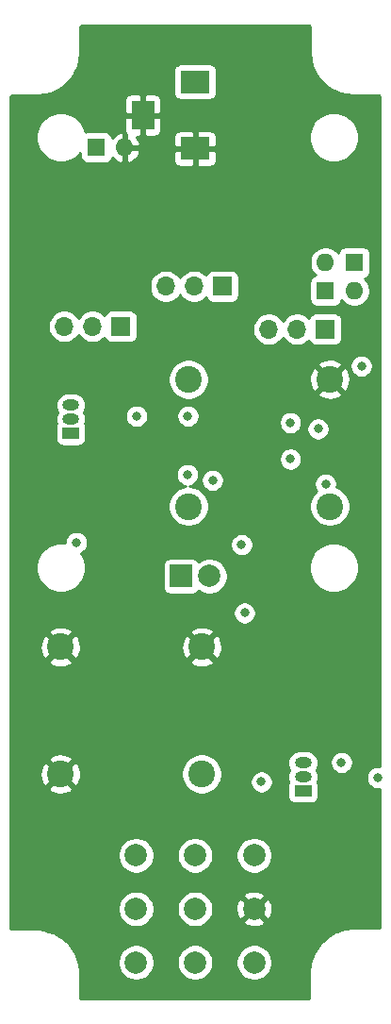
<source format=gbr>
%TF.GenerationSoftware,KiCad,Pcbnew,5.1.9*%
%TF.CreationDate,2021-02-01T12:12:55-08:00*%
%TF.ProjectId,MainBoard,4d61696e-426f-4617-9264-2e6b69636164,rev?*%
%TF.SameCoordinates,Original*%
%TF.FileFunction,Copper,L1,Top*%
%TF.FilePolarity,Positive*%
%FSLAX46Y46*%
G04 Gerber Fmt 4.6, Leading zero omitted, Abs format (unit mm)*
G04 Created by KiCad (PCBNEW 5.1.9) date 2021-02-01 12:12:55*
%MOMM*%
%LPD*%
G01*
G04 APERTURE LIST*
%TA.AperFunction,ComponentPad*%
%ADD10C,2.000000*%
%TD*%
%TA.AperFunction,ComponentPad*%
%ADD11R,1.700000X1.700000*%
%TD*%
%TA.AperFunction,ComponentPad*%
%ADD12O,1.700000X1.700000*%
%TD*%
%TA.AperFunction,ComponentPad*%
%ADD13R,2.000000X2.000000*%
%TD*%
%TA.AperFunction,ComponentPad*%
%ADD14O,1.600000X1.600000*%
%TD*%
%TA.AperFunction,ComponentPad*%
%ADD15R,1.600000X1.600000*%
%TD*%
%TA.AperFunction,ComponentPad*%
%ADD16C,2.400000*%
%TD*%
%TA.AperFunction,ComponentPad*%
%ADD17R,1.500000X1.000000*%
%TD*%
%TA.AperFunction,ComponentPad*%
%ADD18O,1.500000X1.000000*%
%TD*%
%TA.AperFunction,ComponentPad*%
%ADD19R,2.600000X2.000000*%
%TD*%
%TA.AperFunction,ComponentPad*%
%ADD20R,2.000000X2.600000*%
%TD*%
%TA.AperFunction,ViaPad*%
%ADD21C,0.800000*%
%TD*%
%TA.AperFunction,Conductor*%
%ADD22C,0.254000*%
%TD*%
%TA.AperFunction,Conductor*%
%ADD23C,0.100000*%
%TD*%
G04 APERTURE END LIST*
D10*
%TO.P,U1,7*%
%TO.N,/EFFECT_OUT*%
X94700000Y-130800000D03*
%TO.P,U1,9*%
%TO.N,/PassThru*%
X94700000Y-140400000D03*
%TO.P,U1,8*%
%TO.N,/SIG_OUT*%
X94700000Y-135600000D03*
%TO.P,U1,1*%
%TO.N,Net-(D2-Pad1)*%
X105300000Y-130800000D03*
%TO.P,U1,3*%
%TO.N,Net-(U1-Pad3)*%
X105300000Y-140400000D03*
%TO.P,U1,2*%
%TO.N,GND*%
X105300000Y-135600000D03*
%TO.P,U1,4*%
%TO.N,/PassThru*%
X100000000Y-130799400D03*
%TO.P,U1,5*%
%TO.N,/SIG_IN*%
X100000000Y-135600000D03*
%TO.P,U1,6*%
%TO.N,Net-(U1-Pad3)*%
X100000000Y-140400600D03*
%TD*%
D11*
%TO.P,J6,1*%
%TO.N,Net-(J6-Pad1)*%
X93325000Y-83350000D03*
D12*
%TO.P,J6,2*%
%TO.N,VCC*%
X90785000Y-83350000D03*
%TO.P,J6,3*%
%TO.N,Net-(C9-Pad2)*%
X88245000Y-83350000D03*
%TD*%
D13*
%TO.P,D2,1*%
%TO.N,Net-(D2-Pad1)*%
X98750000Y-105750000D03*
D10*
%TO.P,D2,2*%
%TO.N,Net-(D2-Pad2)*%
X101290000Y-105750000D03*
%TD*%
D14*
%TO.P,D4,2*%
%TO.N,Net-(C5-Pad1)*%
X114310000Y-80160000D03*
D15*
%TO.P,D4,1*%
%TO.N,Net-(C5-Pad2)*%
X114310000Y-77620000D03*
%TD*%
D14*
%TO.P,D3,2*%
%TO.N,Net-(C5-Pad2)*%
X111720000Y-77600000D03*
D15*
%TO.P,D3,1*%
%TO.N,Net-(C5-Pad1)*%
X111720000Y-80140000D03*
%TD*%
D14*
%TO.P,D1,2*%
%TO.N,GND*%
X93670000Y-67300000D03*
D15*
%TO.P,D1,1*%
%TO.N,+9V*%
X91130000Y-67300000D03*
%TD*%
D16*
%TO.P,J1,T*%
%TO.N,/PassThru*%
X100600000Y-123500000D03*
%TO.P,J1,S*%
%TO.N,GND*%
X87900000Y-123500000D03*
%TO.P,J1,TN*%
X100600000Y-112100000D03*
%TO.P,J1,SN*%
X87900000Y-112100000D03*
%TD*%
D17*
%TO.P,Q2,1*%
%TO.N,/drive/IN*%
X109700000Y-125020000D03*
D18*
%TO.P,Q2,3*%
%TO.N,+9V*%
X109700000Y-122480000D03*
%TO.P,Q2,2*%
%TO.N,Net-(Q2-Pad2)*%
X109700000Y-123750000D03*
%TD*%
D17*
%TO.P,Q1,1*%
%TO.N,Net-(Q1-Pad1)*%
X88825000Y-92940000D03*
D18*
%TO.P,Q1,3*%
%TO.N,+9V*%
X88825000Y-90400000D03*
%TO.P,Q1,2*%
%TO.N,Net-(C9-Pad1)*%
X88825000Y-91670000D03*
%TD*%
D12*
%TO.P,J5,3*%
%TO.N,Net-(J5-Pad3)*%
X97375000Y-79750000D03*
%TO.P,J5,2*%
%TO.N,Net-(C7-Pad1)*%
X99915000Y-79750000D03*
D11*
%TO.P,J5,1*%
%TO.N,/tone/IN*%
X102455000Y-79750000D03*
%TD*%
D12*
%TO.P,J4,3*%
%TO.N,Net-(C5-Pad1)*%
X106620000Y-83600000D03*
%TO.P,J4,2*%
%TO.N,N/C*%
X109160000Y-83600000D03*
D11*
%TO.P,J4,1*%
%TO.N,Net-(J4-Pad1)*%
X111700000Y-83600000D03*
%TD*%
D16*
%TO.P,J3,T*%
%TO.N,/SIG_OUT*%
X99400000Y-88100000D03*
%TO.P,J3,S*%
%TO.N,GND*%
X112100000Y-88100000D03*
%TO.P,J3,TN*%
%TO.N,N/C*%
X99400000Y-99500000D03*
%TO.P,J3,SN*%
X112100000Y-99500000D03*
%TD*%
D19*
%TO.P,J2,2*%
%TO.N,+9V*%
X100000000Y-61400000D03*
%TO.P,J2,1*%
%TO.N,GND*%
X100000000Y-67400000D03*
D20*
%TO.P,J2,3*%
X95300000Y-64400000D03*
%TD*%
D21*
%TO.N,+9V*%
X104450000Y-109050000D03*
%TO.N,/EFFECT_OUT*%
X89330000Y-102740000D03*
%TO.N,VCC*%
X104170000Y-102920000D03*
X116400000Y-123830000D03*
X105960000Y-124210000D03*
%TO.N,Net-(C4-Pad2)*%
X108570000Y-95240000D03*
X113150000Y-122460000D03*
%TO.N,Net-(C5-Pad2)*%
X114950000Y-86910000D03*
X111060000Y-92530000D03*
%TO.N,Net-(C5-Pad1)*%
X111730000Y-97490000D03*
X108570000Y-91980000D03*
%TO.N,/tone/IN*%
X101570000Y-97150000D03*
%TO.N,/volume/IN*%
X94740000Y-91385000D03*
X99360000Y-91385000D03*
%TO.N,Net-(J5-Pad3)*%
X99300000Y-96640000D03*
%TD*%
D22*
%TO.N,GND*%
X110262308Y-56389723D02*
X110273787Y-56393201D01*
X110284389Y-56398866D01*
X110293585Y-56406412D01*
X110301133Y-56415611D01*
X110306798Y-56426214D01*
X110310276Y-56437690D01*
X110315001Y-56485735D01*
X110315000Y-58736104D01*
X110318242Y-58769023D01*
X110318103Y-58788955D01*
X110319104Y-58799168D01*
X110384385Y-59420277D01*
X110397791Y-59485584D01*
X110410264Y-59550970D01*
X110413229Y-59560795D01*
X110597908Y-60157395D01*
X110623746Y-60218862D01*
X110648679Y-60280573D01*
X110653496Y-60289634D01*
X110950538Y-60839001D01*
X110987798Y-60894240D01*
X111024267Y-60949971D01*
X111030753Y-60957924D01*
X111428844Y-61439133D01*
X111476134Y-61486094D01*
X111522722Y-61533668D01*
X111530629Y-61540210D01*
X112014605Y-61934931D01*
X112070113Y-61971811D01*
X112125059Y-62009433D01*
X112134086Y-62014315D01*
X112685514Y-62307514D01*
X112747141Y-62332915D01*
X112808334Y-62359142D01*
X112818137Y-62362177D01*
X113416012Y-62542686D01*
X113481411Y-62555635D01*
X113546520Y-62569475D01*
X113556726Y-62570548D01*
X114178276Y-62631492D01*
X114213894Y-62635000D01*
X116464284Y-62635000D01*
X116512308Y-62639723D01*
X116523787Y-62643201D01*
X116534389Y-62648866D01*
X116543585Y-62656412D01*
X116551133Y-62665611D01*
X116556798Y-62676214D01*
X116560276Y-62687690D01*
X116565001Y-62735735D01*
X116564999Y-122807543D01*
X116501939Y-122795000D01*
X116298061Y-122795000D01*
X116098102Y-122834774D01*
X115909744Y-122912795D01*
X115740226Y-123026063D01*
X115596063Y-123170226D01*
X115482795Y-123339744D01*
X115404774Y-123528102D01*
X115365000Y-123728061D01*
X115365000Y-123931939D01*
X115404774Y-124131898D01*
X115482795Y-124320256D01*
X115596063Y-124489774D01*
X115740226Y-124633937D01*
X115909744Y-124747205D01*
X116098102Y-124825226D01*
X116298061Y-124865000D01*
X116501939Y-124865000D01*
X116564999Y-124852457D01*
X116564999Y-137214284D01*
X116560276Y-137262309D01*
X116556798Y-137273785D01*
X116551133Y-137284388D01*
X116543585Y-137293587D01*
X116534389Y-137301133D01*
X116523787Y-137306798D01*
X116512308Y-137310276D01*
X116464274Y-137315000D01*
X114213895Y-137315000D01*
X114180943Y-137318245D01*
X114160696Y-137318104D01*
X114150483Y-137319105D01*
X113519669Y-137385406D01*
X113454362Y-137398812D01*
X113388976Y-137411285D01*
X113379151Y-137414250D01*
X112773228Y-137601816D01*
X112711813Y-137627633D01*
X112650052Y-137652586D01*
X112640991Y-137657403D01*
X112083039Y-137959086D01*
X112027784Y-137996356D01*
X111972069Y-138032815D01*
X111964116Y-138039301D01*
X111475388Y-138443612D01*
X111428411Y-138490918D01*
X111380853Y-138537490D01*
X111374311Y-138545397D01*
X110973422Y-139036935D01*
X110936543Y-139092443D01*
X110898921Y-139147388D01*
X110894040Y-139156415D01*
X110596259Y-139716459D01*
X110570861Y-139778079D01*
X110544630Y-139839280D01*
X110541596Y-139849079D01*
X110541596Y-139849081D01*
X110541595Y-139849083D01*
X110358266Y-140456300D01*
X110345323Y-140521668D01*
X110331477Y-140586809D01*
X110330404Y-140597015D01*
X110268508Y-141228276D01*
X110268508Y-141228287D01*
X110265001Y-141263895D01*
X110265000Y-143514274D01*
X110260276Y-143562309D01*
X110256798Y-143573785D01*
X110251133Y-143584388D01*
X110243585Y-143593587D01*
X110234389Y-143601133D01*
X110223787Y-143606798D01*
X110212308Y-143610276D01*
X110164274Y-143615000D01*
X89735725Y-143615000D01*
X89687690Y-143610276D01*
X89676214Y-143606798D01*
X89665611Y-143601133D01*
X89656412Y-143593585D01*
X89648866Y-143584389D01*
X89643201Y-143573787D01*
X89639723Y-143562308D01*
X89634999Y-143514274D01*
X89634999Y-141263895D01*
X89631761Y-141231018D01*
X89631898Y-141211394D01*
X89630897Y-141201181D01*
X89566636Y-140589777D01*
X89553235Y-140524493D01*
X89540758Y-140459085D01*
X89537792Y-140449260D01*
X89472696Y-140238967D01*
X93065000Y-140238967D01*
X93065000Y-140561033D01*
X93127832Y-140876912D01*
X93251082Y-141174463D01*
X93430013Y-141442252D01*
X93657748Y-141669987D01*
X93925537Y-141848918D01*
X94223088Y-141972168D01*
X94538967Y-142035000D01*
X94861033Y-142035000D01*
X95176912Y-141972168D01*
X95474463Y-141848918D01*
X95742252Y-141669987D01*
X95969987Y-141442252D01*
X96148918Y-141174463D01*
X96272168Y-140876912D01*
X96335000Y-140561033D01*
X96335000Y-140239567D01*
X98365000Y-140239567D01*
X98365000Y-140561633D01*
X98427832Y-140877512D01*
X98551082Y-141175063D01*
X98730013Y-141442852D01*
X98957748Y-141670587D01*
X99225537Y-141849518D01*
X99523088Y-141972768D01*
X99838967Y-142035600D01*
X100161033Y-142035600D01*
X100476912Y-141972768D01*
X100774463Y-141849518D01*
X101042252Y-141670587D01*
X101269987Y-141442852D01*
X101448918Y-141175063D01*
X101572168Y-140877512D01*
X101635000Y-140561633D01*
X101635000Y-140239567D01*
X101634881Y-140238967D01*
X103665000Y-140238967D01*
X103665000Y-140561033D01*
X103727832Y-140876912D01*
X103851082Y-141174463D01*
X104030013Y-141442252D01*
X104257748Y-141669987D01*
X104525537Y-141848918D01*
X104823088Y-141972168D01*
X105138967Y-142035000D01*
X105461033Y-142035000D01*
X105776912Y-141972168D01*
X106074463Y-141848918D01*
X106342252Y-141669987D01*
X106569987Y-141442252D01*
X106748918Y-141174463D01*
X106872168Y-140876912D01*
X106935000Y-140561033D01*
X106935000Y-140238967D01*
X106872168Y-139923088D01*
X106748918Y-139625537D01*
X106569987Y-139357748D01*
X106342252Y-139130013D01*
X106074463Y-138951082D01*
X105776912Y-138827832D01*
X105461033Y-138765000D01*
X105138967Y-138765000D01*
X104823088Y-138827832D01*
X104525537Y-138951082D01*
X104257748Y-139130013D01*
X104030013Y-139357748D01*
X103851082Y-139625537D01*
X103727832Y-139923088D01*
X103665000Y-140238967D01*
X101634881Y-140238967D01*
X101572168Y-139923688D01*
X101448918Y-139626137D01*
X101269987Y-139358348D01*
X101042252Y-139130613D01*
X100774463Y-138951682D01*
X100476912Y-138828432D01*
X100161033Y-138765600D01*
X99838967Y-138765600D01*
X99523088Y-138828432D01*
X99225537Y-138951682D01*
X98957748Y-139130613D01*
X98730013Y-139358348D01*
X98551082Y-139626137D01*
X98427832Y-139923688D01*
X98365000Y-140239567D01*
X96335000Y-140239567D01*
X96335000Y-140238967D01*
X96272168Y-139923088D01*
X96148918Y-139625537D01*
X95969987Y-139357748D01*
X95742252Y-139130013D01*
X95474463Y-138951082D01*
X95176912Y-138827832D01*
X94861033Y-138765000D01*
X94538967Y-138765000D01*
X94223088Y-138827832D01*
X93925537Y-138951082D01*
X93657748Y-139130013D01*
X93430013Y-139357748D01*
X93251082Y-139625537D01*
X93127832Y-139923088D01*
X93065000Y-140238967D01*
X89472696Y-140238967D01*
X89355999Y-139861981D01*
X89330166Y-139800526D01*
X89305228Y-139738803D01*
X89300411Y-139729742D01*
X89008010Y-139188958D01*
X88970733Y-139133694D01*
X88934281Y-139077989D01*
X88927796Y-139070036D01*
X88535925Y-138596346D01*
X88488654Y-138549403D01*
X88442046Y-138501809D01*
X88434145Y-138495273D01*
X88434140Y-138495268D01*
X88434135Y-138495264D01*
X87957724Y-138106713D01*
X87902200Y-138069823D01*
X87847272Y-138032213D01*
X87838248Y-138027333D01*
X87838240Y-138027329D01*
X87295434Y-137738714D01*
X87233828Y-137713321D01*
X87172614Y-137687085D01*
X87162811Y-137684050D01*
X86574276Y-137506361D01*
X86508895Y-137493415D01*
X86443767Y-137479572D01*
X86433563Y-137478499D01*
X86433561Y-137478499D01*
X85821723Y-137418508D01*
X85786105Y-137415000D01*
X83535725Y-137415000D01*
X83487690Y-137410276D01*
X83476214Y-137406798D01*
X83465611Y-137401133D01*
X83456412Y-137393585D01*
X83448866Y-137384389D01*
X83443201Y-137373787D01*
X83439723Y-137362308D01*
X83435000Y-137314284D01*
X83435000Y-135438967D01*
X93065000Y-135438967D01*
X93065000Y-135761033D01*
X93127832Y-136076912D01*
X93251082Y-136374463D01*
X93430013Y-136642252D01*
X93657748Y-136869987D01*
X93925537Y-137048918D01*
X94223088Y-137172168D01*
X94538967Y-137235000D01*
X94861033Y-137235000D01*
X95176912Y-137172168D01*
X95474463Y-137048918D01*
X95742252Y-136869987D01*
X95969987Y-136642252D01*
X96148918Y-136374463D01*
X96272168Y-136076912D01*
X96335000Y-135761033D01*
X96335000Y-135438967D01*
X98365000Y-135438967D01*
X98365000Y-135761033D01*
X98427832Y-136076912D01*
X98551082Y-136374463D01*
X98730013Y-136642252D01*
X98957748Y-136869987D01*
X99225537Y-137048918D01*
X99523088Y-137172168D01*
X99838967Y-137235000D01*
X100161033Y-137235000D01*
X100476912Y-137172168D01*
X100774463Y-137048918D01*
X101042252Y-136869987D01*
X101176826Y-136735413D01*
X104344192Y-136735413D01*
X104439956Y-136999814D01*
X104729571Y-137140704D01*
X105041108Y-137222384D01*
X105362595Y-137241718D01*
X105681675Y-137197961D01*
X105986088Y-137092795D01*
X106160044Y-136999814D01*
X106255808Y-136735413D01*
X105300000Y-135779605D01*
X104344192Y-136735413D01*
X101176826Y-136735413D01*
X101269987Y-136642252D01*
X101448918Y-136374463D01*
X101572168Y-136076912D01*
X101635000Y-135761033D01*
X101635000Y-135662595D01*
X103658282Y-135662595D01*
X103702039Y-135981675D01*
X103807205Y-136286088D01*
X103900186Y-136460044D01*
X104164587Y-136555808D01*
X105120395Y-135600000D01*
X105479605Y-135600000D01*
X106435413Y-136555808D01*
X106699814Y-136460044D01*
X106840704Y-136170429D01*
X106922384Y-135858892D01*
X106941718Y-135537405D01*
X106897961Y-135218325D01*
X106792795Y-134913912D01*
X106699814Y-134739956D01*
X106435413Y-134644192D01*
X105479605Y-135600000D01*
X105120395Y-135600000D01*
X104164587Y-134644192D01*
X103900186Y-134739956D01*
X103759296Y-135029571D01*
X103677616Y-135341108D01*
X103658282Y-135662595D01*
X101635000Y-135662595D01*
X101635000Y-135438967D01*
X101572168Y-135123088D01*
X101448918Y-134825537D01*
X101269987Y-134557748D01*
X101176826Y-134464587D01*
X104344192Y-134464587D01*
X105300000Y-135420395D01*
X106255808Y-134464587D01*
X106160044Y-134200186D01*
X105870429Y-134059296D01*
X105558892Y-133977616D01*
X105237405Y-133958282D01*
X104918325Y-134002039D01*
X104613912Y-134107205D01*
X104439956Y-134200186D01*
X104344192Y-134464587D01*
X101176826Y-134464587D01*
X101042252Y-134330013D01*
X100774463Y-134151082D01*
X100476912Y-134027832D01*
X100161033Y-133965000D01*
X99838967Y-133965000D01*
X99523088Y-134027832D01*
X99225537Y-134151082D01*
X98957748Y-134330013D01*
X98730013Y-134557748D01*
X98551082Y-134825537D01*
X98427832Y-135123088D01*
X98365000Y-135438967D01*
X96335000Y-135438967D01*
X96272168Y-135123088D01*
X96148918Y-134825537D01*
X95969987Y-134557748D01*
X95742252Y-134330013D01*
X95474463Y-134151082D01*
X95176912Y-134027832D01*
X94861033Y-133965000D01*
X94538967Y-133965000D01*
X94223088Y-134027832D01*
X93925537Y-134151082D01*
X93657748Y-134330013D01*
X93430013Y-134557748D01*
X93251082Y-134825537D01*
X93127832Y-135123088D01*
X93065000Y-135438967D01*
X83435000Y-135438967D01*
X83435000Y-130638967D01*
X93065000Y-130638967D01*
X93065000Y-130961033D01*
X93127832Y-131276912D01*
X93251082Y-131574463D01*
X93430013Y-131842252D01*
X93657748Y-132069987D01*
X93925537Y-132248918D01*
X94223088Y-132372168D01*
X94538967Y-132435000D01*
X94861033Y-132435000D01*
X95176912Y-132372168D01*
X95474463Y-132248918D01*
X95742252Y-132069987D01*
X95969987Y-131842252D01*
X96148918Y-131574463D01*
X96272168Y-131276912D01*
X96335000Y-130961033D01*
X96335000Y-130638967D01*
X96334881Y-130638367D01*
X98365000Y-130638367D01*
X98365000Y-130960433D01*
X98427832Y-131276312D01*
X98551082Y-131573863D01*
X98730013Y-131841652D01*
X98957748Y-132069387D01*
X99225537Y-132248318D01*
X99523088Y-132371568D01*
X99838967Y-132434400D01*
X100161033Y-132434400D01*
X100476912Y-132371568D01*
X100774463Y-132248318D01*
X101042252Y-132069387D01*
X101269987Y-131841652D01*
X101448918Y-131573863D01*
X101572168Y-131276312D01*
X101635000Y-130960433D01*
X101635000Y-130638967D01*
X103665000Y-130638967D01*
X103665000Y-130961033D01*
X103727832Y-131276912D01*
X103851082Y-131574463D01*
X104030013Y-131842252D01*
X104257748Y-132069987D01*
X104525537Y-132248918D01*
X104823088Y-132372168D01*
X105138967Y-132435000D01*
X105461033Y-132435000D01*
X105776912Y-132372168D01*
X106074463Y-132248918D01*
X106342252Y-132069987D01*
X106569987Y-131842252D01*
X106748918Y-131574463D01*
X106872168Y-131276912D01*
X106935000Y-130961033D01*
X106935000Y-130638967D01*
X106872168Y-130323088D01*
X106748918Y-130025537D01*
X106569987Y-129757748D01*
X106342252Y-129530013D01*
X106074463Y-129351082D01*
X105776912Y-129227832D01*
X105461033Y-129165000D01*
X105138967Y-129165000D01*
X104823088Y-129227832D01*
X104525537Y-129351082D01*
X104257748Y-129530013D01*
X104030013Y-129757748D01*
X103851082Y-130025537D01*
X103727832Y-130323088D01*
X103665000Y-130638967D01*
X101635000Y-130638967D01*
X101635000Y-130638367D01*
X101572168Y-130322488D01*
X101448918Y-130024937D01*
X101269987Y-129757148D01*
X101042252Y-129529413D01*
X100774463Y-129350482D01*
X100476912Y-129227232D01*
X100161033Y-129164400D01*
X99838967Y-129164400D01*
X99523088Y-129227232D01*
X99225537Y-129350482D01*
X98957748Y-129529413D01*
X98730013Y-129757148D01*
X98551082Y-130024937D01*
X98427832Y-130322488D01*
X98365000Y-130638367D01*
X96334881Y-130638367D01*
X96272168Y-130323088D01*
X96148918Y-130025537D01*
X95969987Y-129757748D01*
X95742252Y-129530013D01*
X95474463Y-129351082D01*
X95176912Y-129227832D01*
X94861033Y-129165000D01*
X94538967Y-129165000D01*
X94223088Y-129227832D01*
X93925537Y-129351082D01*
X93657748Y-129530013D01*
X93430013Y-129757748D01*
X93251082Y-130025537D01*
X93127832Y-130323088D01*
X93065000Y-130638967D01*
X83435000Y-130638967D01*
X83435000Y-124777980D01*
X86801626Y-124777980D01*
X86921514Y-125062836D01*
X87245210Y-125223699D01*
X87594069Y-125318322D01*
X87954684Y-125343067D01*
X88313198Y-125296985D01*
X88655833Y-125181846D01*
X88878486Y-125062836D01*
X88998374Y-124777980D01*
X87900000Y-123679605D01*
X86801626Y-124777980D01*
X83435000Y-124777980D01*
X83435000Y-123554684D01*
X86056933Y-123554684D01*
X86103015Y-123913198D01*
X86218154Y-124255833D01*
X86337164Y-124478486D01*
X86622020Y-124598374D01*
X87720395Y-123500000D01*
X88079605Y-123500000D01*
X89177980Y-124598374D01*
X89462836Y-124478486D01*
X89623699Y-124154790D01*
X89718322Y-123805931D01*
X89743067Y-123445316D01*
X89726866Y-123319268D01*
X98765000Y-123319268D01*
X98765000Y-123680732D01*
X98835518Y-124035250D01*
X98973844Y-124369199D01*
X99174662Y-124669744D01*
X99430256Y-124925338D01*
X99730801Y-125126156D01*
X100064750Y-125264482D01*
X100419268Y-125335000D01*
X100780732Y-125335000D01*
X101135250Y-125264482D01*
X101469199Y-125126156D01*
X101769744Y-124925338D01*
X102025338Y-124669744D01*
X102226156Y-124369199D01*
X102334322Y-124108061D01*
X104925000Y-124108061D01*
X104925000Y-124311939D01*
X104964774Y-124511898D01*
X105042795Y-124700256D01*
X105156063Y-124869774D01*
X105300226Y-125013937D01*
X105469744Y-125127205D01*
X105658102Y-125205226D01*
X105858061Y-125245000D01*
X106061939Y-125245000D01*
X106261898Y-125205226D01*
X106450256Y-125127205D01*
X106619774Y-125013937D01*
X106763937Y-124869774D01*
X106877205Y-124700256D01*
X106955226Y-124511898D01*
X106995000Y-124311939D01*
X106995000Y-124108061D01*
X106955226Y-123908102D01*
X106877205Y-123719744D01*
X106763937Y-123550226D01*
X106619774Y-123406063D01*
X106450256Y-123292795D01*
X106261898Y-123214774D01*
X106061939Y-123175000D01*
X105858061Y-123175000D01*
X105658102Y-123214774D01*
X105469744Y-123292795D01*
X105300226Y-123406063D01*
X105156063Y-123550226D01*
X105042795Y-123719744D01*
X104964774Y-123908102D01*
X104925000Y-124108061D01*
X102334322Y-124108061D01*
X102364482Y-124035250D01*
X102435000Y-123680732D01*
X102435000Y-123319268D01*
X102364482Y-122964750D01*
X102226156Y-122630801D01*
X102125394Y-122480000D01*
X108309509Y-122480000D01*
X108331423Y-122702499D01*
X108396324Y-122916447D01*
X108501716Y-123113623D01*
X108502846Y-123115000D01*
X108501716Y-123116377D01*
X108396324Y-123313553D01*
X108331423Y-123527501D01*
X108309509Y-123750000D01*
X108331423Y-123972499D01*
X108396324Y-124186447D01*
X108402297Y-124197621D01*
X108360498Y-124275820D01*
X108324188Y-124395518D01*
X108311928Y-124520000D01*
X108311928Y-125520000D01*
X108324188Y-125644482D01*
X108360498Y-125764180D01*
X108419463Y-125874494D01*
X108498815Y-125971185D01*
X108595506Y-126050537D01*
X108705820Y-126109502D01*
X108825518Y-126145812D01*
X108950000Y-126158072D01*
X110450000Y-126158072D01*
X110574482Y-126145812D01*
X110694180Y-126109502D01*
X110804494Y-126050537D01*
X110901185Y-125971185D01*
X110980537Y-125874494D01*
X111039502Y-125764180D01*
X111075812Y-125644482D01*
X111088072Y-125520000D01*
X111088072Y-124520000D01*
X111075812Y-124395518D01*
X111039502Y-124275820D01*
X110997703Y-124197621D01*
X111003676Y-124186447D01*
X111068577Y-123972499D01*
X111090491Y-123750000D01*
X111068577Y-123527501D01*
X111003676Y-123313553D01*
X110898284Y-123116377D01*
X110897154Y-123115000D01*
X110898284Y-123113623D01*
X111003676Y-122916447D01*
X111068577Y-122702499D01*
X111090491Y-122480000D01*
X111078482Y-122358061D01*
X112115000Y-122358061D01*
X112115000Y-122561939D01*
X112154774Y-122761898D01*
X112232795Y-122950256D01*
X112346063Y-123119774D01*
X112490226Y-123263937D01*
X112659744Y-123377205D01*
X112848102Y-123455226D01*
X113048061Y-123495000D01*
X113251939Y-123495000D01*
X113451898Y-123455226D01*
X113640256Y-123377205D01*
X113809774Y-123263937D01*
X113953937Y-123119774D01*
X114067205Y-122950256D01*
X114145226Y-122761898D01*
X114185000Y-122561939D01*
X114185000Y-122358061D01*
X114145226Y-122158102D01*
X114067205Y-121969744D01*
X113953937Y-121800226D01*
X113809774Y-121656063D01*
X113640256Y-121542795D01*
X113451898Y-121464774D01*
X113251939Y-121425000D01*
X113048061Y-121425000D01*
X112848102Y-121464774D01*
X112659744Y-121542795D01*
X112490226Y-121656063D01*
X112346063Y-121800226D01*
X112232795Y-121969744D01*
X112154774Y-122158102D01*
X112115000Y-122358061D01*
X111078482Y-122358061D01*
X111068577Y-122257501D01*
X111003676Y-122043553D01*
X110898284Y-121846377D01*
X110756449Y-121673551D01*
X110583623Y-121531716D01*
X110386447Y-121426324D01*
X110172499Y-121361423D01*
X110005752Y-121345000D01*
X109394248Y-121345000D01*
X109227501Y-121361423D01*
X109013553Y-121426324D01*
X108816377Y-121531716D01*
X108643551Y-121673551D01*
X108501716Y-121846377D01*
X108396324Y-122043553D01*
X108331423Y-122257501D01*
X108309509Y-122480000D01*
X102125394Y-122480000D01*
X102025338Y-122330256D01*
X101769744Y-122074662D01*
X101469199Y-121873844D01*
X101135250Y-121735518D01*
X100780732Y-121665000D01*
X100419268Y-121665000D01*
X100064750Y-121735518D01*
X99730801Y-121873844D01*
X99430256Y-122074662D01*
X99174662Y-122330256D01*
X98973844Y-122630801D01*
X98835518Y-122964750D01*
X98765000Y-123319268D01*
X89726866Y-123319268D01*
X89696985Y-123086802D01*
X89581846Y-122744167D01*
X89462836Y-122521514D01*
X89177980Y-122401626D01*
X88079605Y-123500000D01*
X87720395Y-123500000D01*
X86622020Y-122401626D01*
X86337164Y-122521514D01*
X86176301Y-122845210D01*
X86081678Y-123194069D01*
X86056933Y-123554684D01*
X83435000Y-123554684D01*
X83435000Y-122222020D01*
X86801626Y-122222020D01*
X87900000Y-123320395D01*
X88998374Y-122222020D01*
X88878486Y-121937164D01*
X88554790Y-121776301D01*
X88205931Y-121681678D01*
X87845316Y-121656933D01*
X87486802Y-121703015D01*
X87144167Y-121818154D01*
X86921514Y-121937164D01*
X86801626Y-122222020D01*
X83435000Y-122222020D01*
X83435000Y-113377980D01*
X86801626Y-113377980D01*
X86921514Y-113662836D01*
X87245210Y-113823699D01*
X87594069Y-113918322D01*
X87954684Y-113943067D01*
X88313198Y-113896985D01*
X88655833Y-113781846D01*
X88878486Y-113662836D01*
X88998374Y-113377980D01*
X99501626Y-113377980D01*
X99621514Y-113662836D01*
X99945210Y-113823699D01*
X100294069Y-113918322D01*
X100654684Y-113943067D01*
X101013198Y-113896985D01*
X101355833Y-113781846D01*
X101578486Y-113662836D01*
X101698374Y-113377980D01*
X100600000Y-112279605D01*
X99501626Y-113377980D01*
X88998374Y-113377980D01*
X87900000Y-112279605D01*
X86801626Y-113377980D01*
X83435000Y-113377980D01*
X83435000Y-112154684D01*
X86056933Y-112154684D01*
X86103015Y-112513198D01*
X86218154Y-112855833D01*
X86337164Y-113078486D01*
X86622020Y-113198374D01*
X87720395Y-112100000D01*
X88079605Y-112100000D01*
X89177980Y-113198374D01*
X89462836Y-113078486D01*
X89623699Y-112754790D01*
X89718322Y-112405931D01*
X89735562Y-112154684D01*
X98756933Y-112154684D01*
X98803015Y-112513198D01*
X98918154Y-112855833D01*
X99037164Y-113078486D01*
X99322020Y-113198374D01*
X100420395Y-112100000D01*
X100779605Y-112100000D01*
X101877980Y-113198374D01*
X102162836Y-113078486D01*
X102323699Y-112754790D01*
X102418322Y-112405931D01*
X102443067Y-112045316D01*
X102396985Y-111686802D01*
X102281846Y-111344167D01*
X102162836Y-111121514D01*
X101877980Y-111001626D01*
X100779605Y-112100000D01*
X100420395Y-112100000D01*
X99322020Y-111001626D01*
X99037164Y-111121514D01*
X98876301Y-111445210D01*
X98781678Y-111794069D01*
X98756933Y-112154684D01*
X89735562Y-112154684D01*
X89743067Y-112045316D01*
X89696985Y-111686802D01*
X89581846Y-111344167D01*
X89462836Y-111121514D01*
X89177980Y-111001626D01*
X88079605Y-112100000D01*
X87720395Y-112100000D01*
X86622020Y-111001626D01*
X86337164Y-111121514D01*
X86176301Y-111445210D01*
X86081678Y-111794069D01*
X86056933Y-112154684D01*
X83435000Y-112154684D01*
X83435000Y-110822020D01*
X86801626Y-110822020D01*
X87900000Y-111920395D01*
X88998374Y-110822020D01*
X99501626Y-110822020D01*
X100600000Y-111920395D01*
X101698374Y-110822020D01*
X101578486Y-110537164D01*
X101254790Y-110376301D01*
X100905931Y-110281678D01*
X100545316Y-110256933D01*
X100186802Y-110303015D01*
X99844167Y-110418154D01*
X99621514Y-110537164D01*
X99501626Y-110822020D01*
X88998374Y-110822020D01*
X88878486Y-110537164D01*
X88554790Y-110376301D01*
X88205931Y-110281678D01*
X87845316Y-110256933D01*
X87486802Y-110303015D01*
X87144167Y-110418154D01*
X86921514Y-110537164D01*
X86801626Y-110822020D01*
X83435000Y-110822020D01*
X83435000Y-108948061D01*
X103415000Y-108948061D01*
X103415000Y-109151939D01*
X103454774Y-109351898D01*
X103532795Y-109540256D01*
X103646063Y-109709774D01*
X103790226Y-109853937D01*
X103959744Y-109967205D01*
X104148102Y-110045226D01*
X104348061Y-110085000D01*
X104551939Y-110085000D01*
X104751898Y-110045226D01*
X104940256Y-109967205D01*
X105109774Y-109853937D01*
X105253937Y-109709774D01*
X105367205Y-109540256D01*
X105445226Y-109351898D01*
X105485000Y-109151939D01*
X105485000Y-108948061D01*
X105445226Y-108748102D01*
X105367205Y-108559744D01*
X105253937Y-108390226D01*
X105109774Y-108246063D01*
X104940256Y-108132795D01*
X104751898Y-108054774D01*
X104551939Y-108015000D01*
X104348061Y-108015000D01*
X104148102Y-108054774D01*
X103959744Y-108132795D01*
X103790226Y-108246063D01*
X103646063Y-108390226D01*
X103532795Y-108559744D01*
X103454774Y-108748102D01*
X103415000Y-108948061D01*
X83435000Y-108948061D01*
X83435000Y-104744224D01*
X85708230Y-104744224D01*
X85708230Y-105186282D01*
X85794472Y-105619845D01*
X85963640Y-106028253D01*
X86209233Y-106395810D01*
X86521815Y-106708392D01*
X86889372Y-106953985D01*
X87297780Y-107123153D01*
X87731343Y-107209395D01*
X88173401Y-107209395D01*
X88606964Y-107123153D01*
X89015372Y-106953985D01*
X89382929Y-106708392D01*
X89695511Y-106395810D01*
X89941104Y-106028253D01*
X90110272Y-105619845D01*
X90196514Y-105186282D01*
X90196514Y-104750000D01*
X97111928Y-104750000D01*
X97111928Y-106750000D01*
X97124188Y-106874482D01*
X97160498Y-106994180D01*
X97219463Y-107104494D01*
X97298815Y-107201185D01*
X97395506Y-107280537D01*
X97505820Y-107339502D01*
X97625518Y-107375812D01*
X97750000Y-107388072D01*
X99750000Y-107388072D01*
X99874482Y-107375812D01*
X99994180Y-107339502D01*
X100104494Y-107280537D01*
X100201185Y-107201185D01*
X100280537Y-107104494D01*
X100305191Y-107058370D01*
X100515537Y-107198918D01*
X100813088Y-107322168D01*
X101128967Y-107385000D01*
X101451033Y-107385000D01*
X101766912Y-107322168D01*
X102064463Y-107198918D01*
X102332252Y-107019987D01*
X102559987Y-106792252D01*
X102738918Y-106524463D01*
X102862168Y-106226912D01*
X102925000Y-105911033D01*
X102925000Y-105588967D01*
X102862168Y-105273088D01*
X102738918Y-104975537D01*
X102584360Y-104744224D01*
X110203485Y-104744224D01*
X110203485Y-105186282D01*
X110289727Y-105619845D01*
X110458895Y-106028253D01*
X110704488Y-106395810D01*
X111017070Y-106708392D01*
X111384627Y-106953985D01*
X111793035Y-107123153D01*
X112226598Y-107209395D01*
X112668656Y-107209395D01*
X113102219Y-107123153D01*
X113510627Y-106953985D01*
X113878184Y-106708392D01*
X114190766Y-106395810D01*
X114436359Y-106028253D01*
X114605527Y-105619845D01*
X114691769Y-105186282D01*
X114691769Y-104744224D01*
X114605527Y-104310661D01*
X114436359Y-103902253D01*
X114190766Y-103534696D01*
X113878184Y-103222114D01*
X113510627Y-102976521D01*
X113102219Y-102807353D01*
X112668656Y-102721111D01*
X112226598Y-102721111D01*
X111793035Y-102807353D01*
X111384627Y-102976521D01*
X111017070Y-103222114D01*
X110704488Y-103534696D01*
X110458895Y-103902253D01*
X110289727Y-104310661D01*
X110203485Y-104744224D01*
X102584360Y-104744224D01*
X102559987Y-104707748D01*
X102332252Y-104480013D01*
X102064463Y-104301082D01*
X101766912Y-104177832D01*
X101451033Y-104115000D01*
X101128967Y-104115000D01*
X100813088Y-104177832D01*
X100515537Y-104301082D01*
X100305191Y-104441630D01*
X100280537Y-104395506D01*
X100201185Y-104298815D01*
X100104494Y-104219463D01*
X99994180Y-104160498D01*
X99874482Y-104124188D01*
X99750000Y-104111928D01*
X97750000Y-104111928D01*
X97625518Y-104124188D01*
X97505820Y-104160498D01*
X97395506Y-104219463D01*
X97298815Y-104298815D01*
X97219463Y-104395506D01*
X97160498Y-104505820D01*
X97124188Y-104625518D01*
X97111928Y-104750000D01*
X90196514Y-104750000D01*
X90196514Y-104744224D01*
X90110272Y-104310661D01*
X89941104Y-103902253D01*
X89786665Y-103671119D01*
X89820256Y-103657205D01*
X89989774Y-103543937D01*
X90133937Y-103399774D01*
X90247205Y-103230256D01*
X90325226Y-103041898D01*
X90365000Y-102841939D01*
X90365000Y-102818061D01*
X103135000Y-102818061D01*
X103135000Y-103021939D01*
X103174774Y-103221898D01*
X103252795Y-103410256D01*
X103366063Y-103579774D01*
X103510226Y-103723937D01*
X103679744Y-103837205D01*
X103868102Y-103915226D01*
X104068061Y-103955000D01*
X104271939Y-103955000D01*
X104471898Y-103915226D01*
X104660256Y-103837205D01*
X104829774Y-103723937D01*
X104973937Y-103579774D01*
X105087205Y-103410256D01*
X105165226Y-103221898D01*
X105205000Y-103021939D01*
X105205000Y-102818061D01*
X105165226Y-102618102D01*
X105087205Y-102429744D01*
X104973937Y-102260226D01*
X104829774Y-102116063D01*
X104660256Y-102002795D01*
X104471898Y-101924774D01*
X104271939Y-101885000D01*
X104068061Y-101885000D01*
X103868102Y-101924774D01*
X103679744Y-102002795D01*
X103510226Y-102116063D01*
X103366063Y-102260226D01*
X103252795Y-102429744D01*
X103174774Y-102618102D01*
X103135000Y-102818061D01*
X90365000Y-102818061D01*
X90365000Y-102638061D01*
X90325226Y-102438102D01*
X90247205Y-102249744D01*
X90133937Y-102080226D01*
X89989774Y-101936063D01*
X89820256Y-101822795D01*
X89631898Y-101744774D01*
X89431939Y-101705000D01*
X89228061Y-101705000D01*
X89028102Y-101744774D01*
X88839744Y-101822795D01*
X88670226Y-101936063D01*
X88526063Y-102080226D01*
X88412795Y-102249744D01*
X88334774Y-102438102D01*
X88295000Y-102638061D01*
X88295000Y-102745299D01*
X88173401Y-102721111D01*
X87731343Y-102721111D01*
X87297780Y-102807353D01*
X86889372Y-102976521D01*
X86521815Y-103222114D01*
X86209233Y-103534696D01*
X85963640Y-103902253D01*
X85794472Y-104310661D01*
X85708230Y-104744224D01*
X83435000Y-104744224D01*
X83435000Y-99319268D01*
X97565000Y-99319268D01*
X97565000Y-99680732D01*
X97635518Y-100035250D01*
X97773844Y-100369199D01*
X97974662Y-100669744D01*
X98230256Y-100925338D01*
X98530801Y-101126156D01*
X98864750Y-101264482D01*
X99219268Y-101335000D01*
X99580732Y-101335000D01*
X99935250Y-101264482D01*
X100269199Y-101126156D01*
X100569744Y-100925338D01*
X100825338Y-100669744D01*
X101026156Y-100369199D01*
X101164482Y-100035250D01*
X101235000Y-99680732D01*
X101235000Y-99319268D01*
X110265000Y-99319268D01*
X110265000Y-99680732D01*
X110335518Y-100035250D01*
X110473844Y-100369199D01*
X110674662Y-100669744D01*
X110930256Y-100925338D01*
X111230801Y-101126156D01*
X111564750Y-101264482D01*
X111919268Y-101335000D01*
X112280732Y-101335000D01*
X112635250Y-101264482D01*
X112969199Y-101126156D01*
X113269744Y-100925338D01*
X113525338Y-100669744D01*
X113726156Y-100369199D01*
X113864482Y-100035250D01*
X113935000Y-99680732D01*
X113935000Y-99319268D01*
X113864482Y-98964750D01*
X113726156Y-98630801D01*
X113525338Y-98330256D01*
X113269744Y-98074662D01*
X112969199Y-97873844D01*
X112728738Y-97774242D01*
X112765000Y-97591939D01*
X112765000Y-97388061D01*
X112725226Y-97188102D01*
X112647205Y-96999744D01*
X112533937Y-96830226D01*
X112389774Y-96686063D01*
X112220256Y-96572795D01*
X112031898Y-96494774D01*
X111831939Y-96455000D01*
X111628061Y-96455000D01*
X111428102Y-96494774D01*
X111239744Y-96572795D01*
X111070226Y-96686063D01*
X110926063Y-96830226D01*
X110812795Y-96999744D01*
X110734774Y-97188102D01*
X110695000Y-97388061D01*
X110695000Y-97591939D01*
X110734774Y-97791898D01*
X110812795Y-97980256D01*
X110897657Y-98107261D01*
X110674662Y-98330256D01*
X110473844Y-98630801D01*
X110335518Y-98964750D01*
X110265000Y-99319268D01*
X101235000Y-99319268D01*
X101164482Y-98964750D01*
X101026156Y-98630801D01*
X100825338Y-98330256D01*
X100569744Y-98074662D01*
X100269199Y-97873844D01*
X99935250Y-97735518D01*
X99580732Y-97665000D01*
X99452213Y-97665000D01*
X99601898Y-97635226D01*
X99790256Y-97557205D01*
X99959774Y-97443937D01*
X100103937Y-97299774D01*
X100217205Y-97130256D01*
X100251251Y-97048061D01*
X100535000Y-97048061D01*
X100535000Y-97251939D01*
X100574774Y-97451898D01*
X100652795Y-97640256D01*
X100766063Y-97809774D01*
X100910226Y-97953937D01*
X101079744Y-98067205D01*
X101268102Y-98145226D01*
X101468061Y-98185000D01*
X101671939Y-98185000D01*
X101871898Y-98145226D01*
X102060256Y-98067205D01*
X102229774Y-97953937D01*
X102373937Y-97809774D01*
X102487205Y-97640256D01*
X102565226Y-97451898D01*
X102605000Y-97251939D01*
X102605000Y-97048061D01*
X102565226Y-96848102D01*
X102487205Y-96659744D01*
X102373937Y-96490226D01*
X102229774Y-96346063D01*
X102060256Y-96232795D01*
X101871898Y-96154774D01*
X101671939Y-96115000D01*
X101468061Y-96115000D01*
X101268102Y-96154774D01*
X101079744Y-96232795D01*
X100910226Y-96346063D01*
X100766063Y-96490226D01*
X100652795Y-96659744D01*
X100574774Y-96848102D01*
X100535000Y-97048061D01*
X100251251Y-97048061D01*
X100295226Y-96941898D01*
X100335000Y-96741939D01*
X100335000Y-96538061D01*
X100295226Y-96338102D01*
X100217205Y-96149744D01*
X100103937Y-95980226D01*
X99959774Y-95836063D01*
X99790256Y-95722795D01*
X99601898Y-95644774D01*
X99401939Y-95605000D01*
X99198061Y-95605000D01*
X98998102Y-95644774D01*
X98809744Y-95722795D01*
X98640226Y-95836063D01*
X98496063Y-95980226D01*
X98382795Y-96149744D01*
X98304774Y-96338102D01*
X98265000Y-96538061D01*
X98265000Y-96741939D01*
X98304774Y-96941898D01*
X98382795Y-97130256D01*
X98496063Y-97299774D01*
X98640226Y-97443937D01*
X98809744Y-97557205D01*
X98998102Y-97635226D01*
X99183528Y-97672109D01*
X98864750Y-97735518D01*
X98530801Y-97873844D01*
X98230256Y-98074662D01*
X97974662Y-98330256D01*
X97773844Y-98630801D01*
X97635518Y-98964750D01*
X97565000Y-99319268D01*
X83435000Y-99319268D01*
X83435000Y-95138061D01*
X107535000Y-95138061D01*
X107535000Y-95341939D01*
X107574774Y-95541898D01*
X107652795Y-95730256D01*
X107766063Y-95899774D01*
X107910226Y-96043937D01*
X108079744Y-96157205D01*
X108268102Y-96235226D01*
X108468061Y-96275000D01*
X108671939Y-96275000D01*
X108871898Y-96235226D01*
X109060256Y-96157205D01*
X109229774Y-96043937D01*
X109373937Y-95899774D01*
X109487205Y-95730256D01*
X109565226Y-95541898D01*
X109605000Y-95341939D01*
X109605000Y-95138061D01*
X109565226Y-94938102D01*
X109487205Y-94749744D01*
X109373937Y-94580226D01*
X109229774Y-94436063D01*
X109060256Y-94322795D01*
X108871898Y-94244774D01*
X108671939Y-94205000D01*
X108468061Y-94205000D01*
X108268102Y-94244774D01*
X108079744Y-94322795D01*
X107910226Y-94436063D01*
X107766063Y-94580226D01*
X107652795Y-94749744D01*
X107574774Y-94938102D01*
X107535000Y-95138061D01*
X83435000Y-95138061D01*
X83435000Y-90400000D01*
X87434509Y-90400000D01*
X87456423Y-90622499D01*
X87521324Y-90836447D01*
X87626716Y-91033623D01*
X87627846Y-91035000D01*
X87626716Y-91036377D01*
X87521324Y-91233553D01*
X87456423Y-91447501D01*
X87434509Y-91670000D01*
X87456423Y-91892499D01*
X87521324Y-92106447D01*
X87527297Y-92117621D01*
X87485498Y-92195820D01*
X87449188Y-92315518D01*
X87436928Y-92440000D01*
X87436928Y-93440000D01*
X87449188Y-93564482D01*
X87485498Y-93684180D01*
X87544463Y-93794494D01*
X87623815Y-93891185D01*
X87720506Y-93970537D01*
X87830820Y-94029502D01*
X87950518Y-94065812D01*
X88075000Y-94078072D01*
X89575000Y-94078072D01*
X89699482Y-94065812D01*
X89819180Y-94029502D01*
X89929494Y-93970537D01*
X90026185Y-93891185D01*
X90105537Y-93794494D01*
X90164502Y-93684180D01*
X90200812Y-93564482D01*
X90213072Y-93440000D01*
X90213072Y-92440000D01*
X90200812Y-92315518D01*
X90164502Y-92195820D01*
X90122703Y-92117621D01*
X90128676Y-92106447D01*
X90193577Y-91892499D01*
X90215491Y-91670000D01*
X90193577Y-91447501D01*
X90143695Y-91283061D01*
X93705000Y-91283061D01*
X93705000Y-91486939D01*
X93744774Y-91686898D01*
X93822795Y-91875256D01*
X93936063Y-92044774D01*
X94080226Y-92188937D01*
X94249744Y-92302205D01*
X94438102Y-92380226D01*
X94638061Y-92420000D01*
X94841939Y-92420000D01*
X95041898Y-92380226D01*
X95230256Y-92302205D01*
X95399774Y-92188937D01*
X95543937Y-92044774D01*
X95657205Y-91875256D01*
X95735226Y-91686898D01*
X95775000Y-91486939D01*
X95775000Y-91283061D01*
X98325000Y-91283061D01*
X98325000Y-91486939D01*
X98364774Y-91686898D01*
X98442795Y-91875256D01*
X98556063Y-92044774D01*
X98700226Y-92188937D01*
X98869744Y-92302205D01*
X99058102Y-92380226D01*
X99258061Y-92420000D01*
X99461939Y-92420000D01*
X99661898Y-92380226D01*
X99850256Y-92302205D01*
X100019774Y-92188937D01*
X100163937Y-92044774D01*
X100275330Y-91878061D01*
X107535000Y-91878061D01*
X107535000Y-92081939D01*
X107574774Y-92281898D01*
X107652795Y-92470256D01*
X107766063Y-92639774D01*
X107910226Y-92783937D01*
X108079744Y-92897205D01*
X108268102Y-92975226D01*
X108468061Y-93015000D01*
X108671939Y-93015000D01*
X108871898Y-92975226D01*
X109060256Y-92897205D01*
X109229774Y-92783937D01*
X109373937Y-92639774D01*
X109487205Y-92470256D01*
X109504682Y-92428061D01*
X110025000Y-92428061D01*
X110025000Y-92631939D01*
X110064774Y-92831898D01*
X110142795Y-93020256D01*
X110256063Y-93189774D01*
X110400226Y-93333937D01*
X110569744Y-93447205D01*
X110758102Y-93525226D01*
X110958061Y-93565000D01*
X111161939Y-93565000D01*
X111361898Y-93525226D01*
X111550256Y-93447205D01*
X111719774Y-93333937D01*
X111863937Y-93189774D01*
X111977205Y-93020256D01*
X112055226Y-92831898D01*
X112095000Y-92631939D01*
X112095000Y-92428061D01*
X112055226Y-92228102D01*
X111977205Y-92039744D01*
X111863937Y-91870226D01*
X111719774Y-91726063D01*
X111550256Y-91612795D01*
X111361898Y-91534774D01*
X111161939Y-91495000D01*
X110958061Y-91495000D01*
X110758102Y-91534774D01*
X110569744Y-91612795D01*
X110400226Y-91726063D01*
X110256063Y-91870226D01*
X110142795Y-92039744D01*
X110064774Y-92228102D01*
X110025000Y-92428061D01*
X109504682Y-92428061D01*
X109565226Y-92281898D01*
X109605000Y-92081939D01*
X109605000Y-91878061D01*
X109565226Y-91678102D01*
X109487205Y-91489744D01*
X109373937Y-91320226D01*
X109229774Y-91176063D01*
X109060256Y-91062795D01*
X108871898Y-90984774D01*
X108671939Y-90945000D01*
X108468061Y-90945000D01*
X108268102Y-90984774D01*
X108079744Y-91062795D01*
X107910226Y-91176063D01*
X107766063Y-91320226D01*
X107652795Y-91489744D01*
X107574774Y-91678102D01*
X107535000Y-91878061D01*
X100275330Y-91878061D01*
X100277205Y-91875256D01*
X100355226Y-91686898D01*
X100395000Y-91486939D01*
X100395000Y-91283061D01*
X100355226Y-91083102D01*
X100277205Y-90894744D01*
X100163937Y-90725226D01*
X100019774Y-90581063D01*
X99850256Y-90467795D01*
X99661898Y-90389774D01*
X99461939Y-90350000D01*
X99258061Y-90350000D01*
X99058102Y-90389774D01*
X98869744Y-90467795D01*
X98700226Y-90581063D01*
X98556063Y-90725226D01*
X98442795Y-90894744D01*
X98364774Y-91083102D01*
X98325000Y-91283061D01*
X95775000Y-91283061D01*
X95735226Y-91083102D01*
X95657205Y-90894744D01*
X95543937Y-90725226D01*
X95399774Y-90581063D01*
X95230256Y-90467795D01*
X95041898Y-90389774D01*
X94841939Y-90350000D01*
X94638061Y-90350000D01*
X94438102Y-90389774D01*
X94249744Y-90467795D01*
X94080226Y-90581063D01*
X93936063Y-90725226D01*
X93822795Y-90894744D01*
X93744774Y-91083102D01*
X93705000Y-91283061D01*
X90143695Y-91283061D01*
X90128676Y-91233553D01*
X90023284Y-91036377D01*
X90022154Y-91035000D01*
X90023284Y-91033623D01*
X90128676Y-90836447D01*
X90193577Y-90622499D01*
X90215491Y-90400000D01*
X90193577Y-90177501D01*
X90128676Y-89963553D01*
X90023284Y-89766377D01*
X89881449Y-89593551D01*
X89708623Y-89451716D01*
X89511447Y-89346324D01*
X89297499Y-89281423D01*
X89130752Y-89265000D01*
X88519248Y-89265000D01*
X88352501Y-89281423D01*
X88138553Y-89346324D01*
X87941377Y-89451716D01*
X87768551Y-89593551D01*
X87626716Y-89766377D01*
X87521324Y-89963553D01*
X87456423Y-90177501D01*
X87434509Y-90400000D01*
X83435000Y-90400000D01*
X83435000Y-87919268D01*
X97565000Y-87919268D01*
X97565000Y-88280732D01*
X97635518Y-88635250D01*
X97773844Y-88969199D01*
X97974662Y-89269744D01*
X98230256Y-89525338D01*
X98530801Y-89726156D01*
X98864750Y-89864482D01*
X99219268Y-89935000D01*
X99580732Y-89935000D01*
X99935250Y-89864482D01*
X100269199Y-89726156D01*
X100569744Y-89525338D01*
X100717102Y-89377980D01*
X111001626Y-89377980D01*
X111121514Y-89662836D01*
X111445210Y-89823699D01*
X111794069Y-89918322D01*
X112154684Y-89943067D01*
X112513198Y-89896985D01*
X112855833Y-89781846D01*
X113078486Y-89662836D01*
X113198374Y-89377980D01*
X112100000Y-88279605D01*
X111001626Y-89377980D01*
X100717102Y-89377980D01*
X100825338Y-89269744D01*
X101026156Y-88969199D01*
X101164482Y-88635250D01*
X101235000Y-88280732D01*
X101235000Y-88154684D01*
X110256933Y-88154684D01*
X110303015Y-88513198D01*
X110418154Y-88855833D01*
X110537164Y-89078486D01*
X110822020Y-89198374D01*
X111920395Y-88100000D01*
X112279605Y-88100000D01*
X113377980Y-89198374D01*
X113662836Y-89078486D01*
X113823699Y-88754790D01*
X113918322Y-88405931D01*
X113943067Y-88045316D01*
X113896985Y-87686802D01*
X113781846Y-87344167D01*
X113662836Y-87121514D01*
X113377980Y-87001626D01*
X112279605Y-88100000D01*
X111920395Y-88100000D01*
X110822020Y-87001626D01*
X110537164Y-87121514D01*
X110376301Y-87445210D01*
X110281678Y-87794069D01*
X110256933Y-88154684D01*
X101235000Y-88154684D01*
X101235000Y-87919268D01*
X101164482Y-87564750D01*
X101026156Y-87230801D01*
X100825338Y-86930256D01*
X100717102Y-86822020D01*
X111001626Y-86822020D01*
X112100000Y-87920395D01*
X113198374Y-86822020D01*
X113192500Y-86808061D01*
X113915000Y-86808061D01*
X113915000Y-87011939D01*
X113954774Y-87211898D01*
X114032795Y-87400256D01*
X114146063Y-87569774D01*
X114290226Y-87713937D01*
X114459744Y-87827205D01*
X114648102Y-87905226D01*
X114848061Y-87945000D01*
X115051939Y-87945000D01*
X115251898Y-87905226D01*
X115440256Y-87827205D01*
X115609774Y-87713937D01*
X115753937Y-87569774D01*
X115867205Y-87400256D01*
X115945226Y-87211898D01*
X115985000Y-87011939D01*
X115985000Y-86808061D01*
X115945226Y-86608102D01*
X115867205Y-86419744D01*
X115753937Y-86250226D01*
X115609774Y-86106063D01*
X115440256Y-85992795D01*
X115251898Y-85914774D01*
X115051939Y-85875000D01*
X114848061Y-85875000D01*
X114648102Y-85914774D01*
X114459744Y-85992795D01*
X114290226Y-86106063D01*
X114146063Y-86250226D01*
X114032795Y-86419744D01*
X113954774Y-86608102D01*
X113915000Y-86808061D01*
X113192500Y-86808061D01*
X113078486Y-86537164D01*
X112754790Y-86376301D01*
X112405931Y-86281678D01*
X112045316Y-86256933D01*
X111686802Y-86303015D01*
X111344167Y-86418154D01*
X111121514Y-86537164D01*
X111001626Y-86822020D01*
X100717102Y-86822020D01*
X100569744Y-86674662D01*
X100269199Y-86473844D01*
X99935250Y-86335518D01*
X99580732Y-86265000D01*
X99219268Y-86265000D01*
X98864750Y-86335518D01*
X98530801Y-86473844D01*
X98230256Y-86674662D01*
X97974662Y-86930256D01*
X97773844Y-87230801D01*
X97635518Y-87564750D01*
X97565000Y-87919268D01*
X83435000Y-87919268D01*
X83435000Y-83203740D01*
X86760000Y-83203740D01*
X86760000Y-83496260D01*
X86817068Y-83783158D01*
X86929010Y-84053411D01*
X87091525Y-84296632D01*
X87298368Y-84503475D01*
X87541589Y-84665990D01*
X87811842Y-84777932D01*
X88098740Y-84835000D01*
X88391260Y-84835000D01*
X88678158Y-84777932D01*
X88948411Y-84665990D01*
X89191632Y-84503475D01*
X89398475Y-84296632D01*
X89515000Y-84122240D01*
X89631525Y-84296632D01*
X89838368Y-84503475D01*
X90081589Y-84665990D01*
X90351842Y-84777932D01*
X90638740Y-84835000D01*
X90931260Y-84835000D01*
X91218158Y-84777932D01*
X91488411Y-84665990D01*
X91731632Y-84503475D01*
X91863487Y-84371620D01*
X91885498Y-84444180D01*
X91944463Y-84554494D01*
X92023815Y-84651185D01*
X92120506Y-84730537D01*
X92230820Y-84789502D01*
X92350518Y-84825812D01*
X92475000Y-84838072D01*
X94175000Y-84838072D01*
X94299482Y-84825812D01*
X94419180Y-84789502D01*
X94529494Y-84730537D01*
X94626185Y-84651185D01*
X94705537Y-84554494D01*
X94764502Y-84444180D01*
X94800812Y-84324482D01*
X94813072Y-84200000D01*
X94813072Y-83453740D01*
X105135000Y-83453740D01*
X105135000Y-83746260D01*
X105192068Y-84033158D01*
X105304010Y-84303411D01*
X105466525Y-84546632D01*
X105673368Y-84753475D01*
X105916589Y-84915990D01*
X106186842Y-85027932D01*
X106473740Y-85085000D01*
X106766260Y-85085000D01*
X107053158Y-85027932D01*
X107323411Y-84915990D01*
X107566632Y-84753475D01*
X107773475Y-84546632D01*
X107890000Y-84372240D01*
X108006525Y-84546632D01*
X108213368Y-84753475D01*
X108456589Y-84915990D01*
X108726842Y-85027932D01*
X109013740Y-85085000D01*
X109306260Y-85085000D01*
X109593158Y-85027932D01*
X109863411Y-84915990D01*
X110106632Y-84753475D01*
X110238487Y-84621620D01*
X110260498Y-84694180D01*
X110319463Y-84804494D01*
X110398815Y-84901185D01*
X110495506Y-84980537D01*
X110605820Y-85039502D01*
X110725518Y-85075812D01*
X110850000Y-85088072D01*
X112550000Y-85088072D01*
X112674482Y-85075812D01*
X112794180Y-85039502D01*
X112904494Y-84980537D01*
X113001185Y-84901185D01*
X113080537Y-84804494D01*
X113139502Y-84694180D01*
X113175812Y-84574482D01*
X113188072Y-84450000D01*
X113188072Y-82750000D01*
X113175812Y-82625518D01*
X113139502Y-82505820D01*
X113080537Y-82395506D01*
X113001185Y-82298815D01*
X112904494Y-82219463D01*
X112794180Y-82160498D01*
X112674482Y-82124188D01*
X112550000Y-82111928D01*
X110850000Y-82111928D01*
X110725518Y-82124188D01*
X110605820Y-82160498D01*
X110495506Y-82219463D01*
X110398815Y-82298815D01*
X110319463Y-82395506D01*
X110260498Y-82505820D01*
X110238487Y-82578380D01*
X110106632Y-82446525D01*
X109863411Y-82284010D01*
X109593158Y-82172068D01*
X109306260Y-82115000D01*
X109013740Y-82115000D01*
X108726842Y-82172068D01*
X108456589Y-82284010D01*
X108213368Y-82446525D01*
X108006525Y-82653368D01*
X107890000Y-82827760D01*
X107773475Y-82653368D01*
X107566632Y-82446525D01*
X107323411Y-82284010D01*
X107053158Y-82172068D01*
X106766260Y-82115000D01*
X106473740Y-82115000D01*
X106186842Y-82172068D01*
X105916589Y-82284010D01*
X105673368Y-82446525D01*
X105466525Y-82653368D01*
X105304010Y-82896589D01*
X105192068Y-83166842D01*
X105135000Y-83453740D01*
X94813072Y-83453740D01*
X94813072Y-82500000D01*
X94800812Y-82375518D01*
X94764502Y-82255820D01*
X94705537Y-82145506D01*
X94626185Y-82048815D01*
X94529494Y-81969463D01*
X94419180Y-81910498D01*
X94299482Y-81874188D01*
X94175000Y-81861928D01*
X92475000Y-81861928D01*
X92350518Y-81874188D01*
X92230820Y-81910498D01*
X92120506Y-81969463D01*
X92023815Y-82048815D01*
X91944463Y-82145506D01*
X91885498Y-82255820D01*
X91863487Y-82328380D01*
X91731632Y-82196525D01*
X91488411Y-82034010D01*
X91218158Y-81922068D01*
X90931260Y-81865000D01*
X90638740Y-81865000D01*
X90351842Y-81922068D01*
X90081589Y-82034010D01*
X89838368Y-82196525D01*
X89631525Y-82403368D01*
X89515000Y-82577760D01*
X89398475Y-82403368D01*
X89191632Y-82196525D01*
X88948411Y-82034010D01*
X88678158Y-81922068D01*
X88391260Y-81865000D01*
X88098740Y-81865000D01*
X87811842Y-81922068D01*
X87541589Y-82034010D01*
X87298368Y-82196525D01*
X87091525Y-82403368D01*
X86929010Y-82646589D01*
X86817068Y-82916842D01*
X86760000Y-83203740D01*
X83435000Y-83203740D01*
X83435000Y-79603740D01*
X95890000Y-79603740D01*
X95890000Y-79896260D01*
X95947068Y-80183158D01*
X96059010Y-80453411D01*
X96221525Y-80696632D01*
X96428368Y-80903475D01*
X96671589Y-81065990D01*
X96941842Y-81177932D01*
X97228740Y-81235000D01*
X97521260Y-81235000D01*
X97808158Y-81177932D01*
X98078411Y-81065990D01*
X98321632Y-80903475D01*
X98528475Y-80696632D01*
X98645000Y-80522240D01*
X98761525Y-80696632D01*
X98968368Y-80903475D01*
X99211589Y-81065990D01*
X99481842Y-81177932D01*
X99768740Y-81235000D01*
X100061260Y-81235000D01*
X100348158Y-81177932D01*
X100618411Y-81065990D01*
X100861632Y-80903475D01*
X100993487Y-80771620D01*
X101015498Y-80844180D01*
X101074463Y-80954494D01*
X101153815Y-81051185D01*
X101250506Y-81130537D01*
X101360820Y-81189502D01*
X101480518Y-81225812D01*
X101605000Y-81238072D01*
X103305000Y-81238072D01*
X103429482Y-81225812D01*
X103549180Y-81189502D01*
X103659494Y-81130537D01*
X103756185Y-81051185D01*
X103835537Y-80954494D01*
X103894502Y-80844180D01*
X103930812Y-80724482D01*
X103943072Y-80600000D01*
X103943072Y-79340000D01*
X110281928Y-79340000D01*
X110281928Y-80940000D01*
X110294188Y-81064482D01*
X110330498Y-81184180D01*
X110389463Y-81294494D01*
X110468815Y-81391185D01*
X110565506Y-81470537D01*
X110675820Y-81529502D01*
X110795518Y-81565812D01*
X110920000Y-81578072D01*
X112520000Y-81578072D01*
X112644482Y-81565812D01*
X112764180Y-81529502D01*
X112874494Y-81470537D01*
X112971185Y-81391185D01*
X113050537Y-81294494D01*
X113109502Y-81184180D01*
X113145812Y-81064482D01*
X113151295Y-81008807D01*
X113195363Y-81074759D01*
X113395241Y-81274637D01*
X113630273Y-81431680D01*
X113891426Y-81539853D01*
X114168665Y-81595000D01*
X114451335Y-81595000D01*
X114728574Y-81539853D01*
X114989727Y-81431680D01*
X115224759Y-81274637D01*
X115424637Y-81074759D01*
X115581680Y-80839727D01*
X115689853Y-80578574D01*
X115745000Y-80301335D01*
X115745000Y-80018665D01*
X115689853Y-79741426D01*
X115581680Y-79480273D01*
X115424637Y-79245241D01*
X115226039Y-79046643D01*
X115234482Y-79045812D01*
X115354180Y-79009502D01*
X115464494Y-78950537D01*
X115561185Y-78871185D01*
X115640537Y-78774494D01*
X115699502Y-78664180D01*
X115735812Y-78544482D01*
X115748072Y-78420000D01*
X115748072Y-76820000D01*
X115735812Y-76695518D01*
X115699502Y-76575820D01*
X115640537Y-76465506D01*
X115561185Y-76368815D01*
X115464494Y-76289463D01*
X115354180Y-76230498D01*
X115234482Y-76194188D01*
X115110000Y-76181928D01*
X113510000Y-76181928D01*
X113385518Y-76194188D01*
X113265820Y-76230498D01*
X113155506Y-76289463D01*
X113058815Y-76368815D01*
X112979463Y-76465506D01*
X112920498Y-76575820D01*
X112884188Y-76695518D01*
X112878705Y-76751193D01*
X112834637Y-76685241D01*
X112634759Y-76485363D01*
X112399727Y-76328320D01*
X112138574Y-76220147D01*
X111861335Y-76165000D01*
X111578665Y-76165000D01*
X111301426Y-76220147D01*
X111040273Y-76328320D01*
X110805241Y-76485363D01*
X110605363Y-76685241D01*
X110448320Y-76920273D01*
X110340147Y-77181426D01*
X110285000Y-77458665D01*
X110285000Y-77741335D01*
X110340147Y-78018574D01*
X110448320Y-78279727D01*
X110605363Y-78514759D01*
X110803961Y-78713357D01*
X110795518Y-78714188D01*
X110675820Y-78750498D01*
X110565506Y-78809463D01*
X110468815Y-78888815D01*
X110389463Y-78985506D01*
X110330498Y-79095820D01*
X110294188Y-79215518D01*
X110281928Y-79340000D01*
X103943072Y-79340000D01*
X103943072Y-78900000D01*
X103930812Y-78775518D01*
X103894502Y-78655820D01*
X103835537Y-78545506D01*
X103756185Y-78448815D01*
X103659494Y-78369463D01*
X103549180Y-78310498D01*
X103429482Y-78274188D01*
X103305000Y-78261928D01*
X101605000Y-78261928D01*
X101480518Y-78274188D01*
X101360820Y-78310498D01*
X101250506Y-78369463D01*
X101153815Y-78448815D01*
X101074463Y-78545506D01*
X101015498Y-78655820D01*
X100993487Y-78728380D01*
X100861632Y-78596525D01*
X100618411Y-78434010D01*
X100348158Y-78322068D01*
X100061260Y-78265000D01*
X99768740Y-78265000D01*
X99481842Y-78322068D01*
X99211589Y-78434010D01*
X98968368Y-78596525D01*
X98761525Y-78803368D01*
X98645000Y-78977760D01*
X98528475Y-78803368D01*
X98321632Y-78596525D01*
X98078411Y-78434010D01*
X97808158Y-78322068D01*
X97521260Y-78265000D01*
X97228740Y-78265000D01*
X96941842Y-78322068D01*
X96671589Y-78434010D01*
X96428368Y-78596525D01*
X96221525Y-78803368D01*
X96059010Y-79046589D01*
X95947068Y-79316842D01*
X95890000Y-79603740D01*
X83435000Y-79603740D01*
X83434999Y-66152423D01*
X85708230Y-66152423D01*
X85708230Y-66594481D01*
X85794472Y-67028044D01*
X85963640Y-67436452D01*
X86209233Y-67804009D01*
X86521815Y-68116591D01*
X86889372Y-68362184D01*
X87297780Y-68531352D01*
X87731343Y-68617594D01*
X88173401Y-68617594D01*
X88606964Y-68531352D01*
X89015372Y-68362184D01*
X89382929Y-68116591D01*
X89691928Y-67807592D01*
X89691928Y-68100000D01*
X89704188Y-68224482D01*
X89740498Y-68344180D01*
X89799463Y-68454494D01*
X89878815Y-68551185D01*
X89975506Y-68630537D01*
X90085820Y-68689502D01*
X90205518Y-68725812D01*
X90330000Y-68738072D01*
X91930000Y-68738072D01*
X92054482Y-68725812D01*
X92174180Y-68689502D01*
X92284494Y-68630537D01*
X92381185Y-68551185D01*
X92460537Y-68454494D01*
X92519502Y-68344180D01*
X92555812Y-68224482D01*
X92558370Y-68198509D01*
X92606481Y-68263414D01*
X92814869Y-68452385D01*
X93056119Y-68597070D01*
X93320960Y-68691909D01*
X93543000Y-68570624D01*
X93543000Y-67427000D01*
X93797000Y-67427000D01*
X93797000Y-68570624D01*
X94019040Y-68691909D01*
X94283881Y-68597070D01*
X94525131Y-68452385D01*
X94582898Y-68400000D01*
X98061928Y-68400000D01*
X98074188Y-68524482D01*
X98110498Y-68644180D01*
X98169463Y-68754494D01*
X98248815Y-68851185D01*
X98345506Y-68930537D01*
X98455820Y-68989502D01*
X98575518Y-69025812D01*
X98700000Y-69038072D01*
X99714250Y-69035000D01*
X99873000Y-68876250D01*
X99873000Y-67527000D01*
X100127000Y-67527000D01*
X100127000Y-68876250D01*
X100285750Y-69035000D01*
X101300000Y-69038072D01*
X101424482Y-69025812D01*
X101544180Y-68989502D01*
X101654494Y-68930537D01*
X101751185Y-68851185D01*
X101830537Y-68754494D01*
X101889502Y-68644180D01*
X101925812Y-68524482D01*
X101938072Y-68400000D01*
X101935000Y-67685750D01*
X101776250Y-67527000D01*
X100127000Y-67527000D01*
X99873000Y-67527000D01*
X98223750Y-67527000D01*
X98065000Y-67685750D01*
X98061928Y-68400000D01*
X94582898Y-68400000D01*
X94733519Y-68263414D01*
X94901037Y-68037420D01*
X95021246Y-67783087D01*
X95061904Y-67649039D01*
X94939915Y-67427000D01*
X93797000Y-67427000D01*
X93543000Y-67427000D01*
X93523000Y-67427000D01*
X93523000Y-67173000D01*
X93543000Y-67173000D01*
X93543000Y-66029376D01*
X93320960Y-65908091D01*
X93056119Y-66002930D01*
X92814869Y-66147615D01*
X92606481Y-66336586D01*
X92558370Y-66401491D01*
X92555812Y-66375518D01*
X92519502Y-66255820D01*
X92460537Y-66145506D01*
X92381185Y-66048815D01*
X92284494Y-65969463D01*
X92174180Y-65910498D01*
X92054482Y-65874188D01*
X91930000Y-65861928D01*
X90330000Y-65861928D01*
X90205518Y-65874188D01*
X90144831Y-65892597D01*
X90110272Y-65718860D01*
X90102460Y-65700000D01*
X93661928Y-65700000D01*
X93674188Y-65824482D01*
X93710498Y-65944180D01*
X93769463Y-66054494D01*
X93797000Y-66088048D01*
X93797000Y-67173000D01*
X94939915Y-67173000D01*
X95061904Y-66950961D01*
X95021246Y-66816913D01*
X94901037Y-66562580D01*
X94780525Y-66400000D01*
X98061928Y-66400000D01*
X98065000Y-67114250D01*
X98223750Y-67273000D01*
X99873000Y-67273000D01*
X99873000Y-65923750D01*
X100127000Y-65923750D01*
X100127000Y-67273000D01*
X101776250Y-67273000D01*
X101935000Y-67114250D01*
X101938072Y-66400000D01*
X101925812Y-66275518D01*
X101889502Y-66155820D01*
X101887687Y-66152423D01*
X110203485Y-66152423D01*
X110203485Y-66594481D01*
X110289727Y-67028044D01*
X110458895Y-67436452D01*
X110704488Y-67804009D01*
X111017070Y-68116591D01*
X111384627Y-68362184D01*
X111793035Y-68531352D01*
X112226598Y-68617594D01*
X112668656Y-68617594D01*
X113102219Y-68531352D01*
X113510627Y-68362184D01*
X113878184Y-68116591D01*
X114190766Y-67804009D01*
X114436359Y-67436452D01*
X114605527Y-67028044D01*
X114691769Y-66594481D01*
X114691769Y-66152423D01*
X114605527Y-65718860D01*
X114436359Y-65310452D01*
X114190766Y-64942895D01*
X113878184Y-64630313D01*
X113510627Y-64384720D01*
X113102219Y-64215552D01*
X112668656Y-64129310D01*
X112226598Y-64129310D01*
X111793035Y-64215552D01*
X111384627Y-64384720D01*
X111017070Y-64630313D01*
X110704488Y-64942895D01*
X110458895Y-65310452D01*
X110289727Y-65718860D01*
X110203485Y-66152423D01*
X101887687Y-66152423D01*
X101830537Y-66045506D01*
X101751185Y-65948815D01*
X101654494Y-65869463D01*
X101544180Y-65810498D01*
X101424482Y-65774188D01*
X101300000Y-65761928D01*
X100285750Y-65765000D01*
X100127000Y-65923750D01*
X99873000Y-65923750D01*
X99714250Y-65765000D01*
X98700000Y-65761928D01*
X98575518Y-65774188D01*
X98455820Y-65810498D01*
X98345506Y-65869463D01*
X98248815Y-65948815D01*
X98169463Y-66045506D01*
X98110498Y-66155820D01*
X98074188Y-66275518D01*
X98061928Y-66400000D01*
X94780525Y-66400000D01*
X94733519Y-66336586D01*
X94733104Y-66336209D01*
X95014250Y-66335000D01*
X95173000Y-66176250D01*
X95173000Y-64527000D01*
X95427000Y-64527000D01*
X95427000Y-66176250D01*
X95585750Y-66335000D01*
X96300000Y-66338072D01*
X96424482Y-66325812D01*
X96544180Y-66289502D01*
X96654494Y-66230537D01*
X96751185Y-66151185D01*
X96830537Y-66054494D01*
X96889502Y-65944180D01*
X96925812Y-65824482D01*
X96938072Y-65700000D01*
X96935000Y-64685750D01*
X96776250Y-64527000D01*
X95427000Y-64527000D01*
X95173000Y-64527000D01*
X93823750Y-64527000D01*
X93665000Y-64685750D01*
X93661928Y-65700000D01*
X90102460Y-65700000D01*
X89941104Y-65310452D01*
X89695511Y-64942895D01*
X89382929Y-64630313D01*
X89015372Y-64384720D01*
X88606964Y-64215552D01*
X88173401Y-64129310D01*
X87731343Y-64129310D01*
X87297780Y-64215552D01*
X86889372Y-64384720D01*
X86521815Y-64630313D01*
X86209233Y-64942895D01*
X85963640Y-65310452D01*
X85794472Y-65718860D01*
X85708230Y-66152423D01*
X83434999Y-66152423D01*
X83434999Y-63100000D01*
X93661928Y-63100000D01*
X93665000Y-64114250D01*
X93823750Y-64273000D01*
X95173000Y-64273000D01*
X95173000Y-62623750D01*
X95427000Y-62623750D01*
X95427000Y-64273000D01*
X96776250Y-64273000D01*
X96935000Y-64114250D01*
X96938072Y-63100000D01*
X96925812Y-62975518D01*
X96889502Y-62855820D01*
X96830537Y-62745506D01*
X96751185Y-62648815D01*
X96654494Y-62569463D01*
X96544180Y-62510498D01*
X96424482Y-62474188D01*
X96300000Y-62461928D01*
X95585750Y-62465000D01*
X95427000Y-62623750D01*
X95173000Y-62623750D01*
X95014250Y-62465000D01*
X94300000Y-62461928D01*
X94175518Y-62474188D01*
X94055820Y-62510498D01*
X93945506Y-62569463D01*
X93848815Y-62648815D01*
X93769463Y-62745506D01*
X93710498Y-62855820D01*
X93674188Y-62975518D01*
X93661928Y-63100000D01*
X83434999Y-63100000D01*
X83434998Y-62735735D01*
X83439723Y-62687691D01*
X83443201Y-62676212D01*
X83448866Y-62665610D01*
X83456412Y-62656414D01*
X83465611Y-62648866D01*
X83476214Y-62643201D01*
X83487690Y-62639723D01*
X83535715Y-62635000D01*
X85786105Y-62635000D01*
X85819024Y-62631758D01*
X85838955Y-62631897D01*
X85849168Y-62630896D01*
X86470277Y-62565615D01*
X86535584Y-62552209D01*
X86600970Y-62539736D01*
X86610795Y-62536771D01*
X87207395Y-62352092D01*
X87268862Y-62326254D01*
X87330573Y-62301321D01*
X87339634Y-62296504D01*
X87889001Y-61999462D01*
X87944240Y-61962202D01*
X87999971Y-61925733D01*
X88007924Y-61919247D01*
X88489133Y-61521156D01*
X88536094Y-61473866D01*
X88583668Y-61427278D01*
X88590210Y-61419371D01*
X88984931Y-60935395D01*
X89021811Y-60879887D01*
X89059433Y-60824941D01*
X89064315Y-60815914D01*
X89285460Y-60400000D01*
X98061928Y-60400000D01*
X98061928Y-62400000D01*
X98074188Y-62524482D01*
X98110498Y-62644180D01*
X98169463Y-62754494D01*
X98248815Y-62851185D01*
X98345506Y-62930537D01*
X98455820Y-62989502D01*
X98575518Y-63025812D01*
X98700000Y-63038072D01*
X101300000Y-63038072D01*
X101424482Y-63025812D01*
X101544180Y-62989502D01*
X101654494Y-62930537D01*
X101751185Y-62851185D01*
X101830537Y-62754494D01*
X101889502Y-62644180D01*
X101925812Y-62524482D01*
X101938072Y-62400000D01*
X101938072Y-60400000D01*
X101925812Y-60275518D01*
X101889502Y-60155820D01*
X101830537Y-60045506D01*
X101751185Y-59948815D01*
X101654494Y-59869463D01*
X101544180Y-59810498D01*
X101424482Y-59774188D01*
X101300000Y-59761928D01*
X98700000Y-59761928D01*
X98575518Y-59774188D01*
X98455820Y-59810498D01*
X98345506Y-59869463D01*
X98248815Y-59948815D01*
X98169463Y-60045506D01*
X98110498Y-60155820D01*
X98074188Y-60275518D01*
X98061928Y-60400000D01*
X89285460Y-60400000D01*
X89357514Y-60264486D01*
X89382915Y-60202859D01*
X89409142Y-60141666D01*
X89412177Y-60131863D01*
X89592686Y-59533988D01*
X89605635Y-59468589D01*
X89619475Y-59403480D01*
X89620548Y-59393274D01*
X89681492Y-58771724D01*
X89681492Y-58771723D01*
X89685000Y-58736105D01*
X89685000Y-56485715D01*
X89689723Y-56437691D01*
X89693201Y-56426212D01*
X89698866Y-56415610D01*
X89706412Y-56406414D01*
X89715611Y-56398866D01*
X89726214Y-56393201D01*
X89737690Y-56389723D01*
X89785715Y-56385000D01*
X110214284Y-56385000D01*
X110262308Y-56389723D01*
%TA.AperFunction,Conductor*%
D23*
G36*
X110262308Y-56389723D02*
G01*
X110273787Y-56393201D01*
X110284389Y-56398866D01*
X110293585Y-56406412D01*
X110301133Y-56415611D01*
X110306798Y-56426214D01*
X110310276Y-56437690D01*
X110315001Y-56485735D01*
X110315000Y-58736104D01*
X110318242Y-58769023D01*
X110318103Y-58788955D01*
X110319104Y-58799168D01*
X110384385Y-59420277D01*
X110397791Y-59485584D01*
X110410264Y-59550970D01*
X110413229Y-59560795D01*
X110597908Y-60157395D01*
X110623746Y-60218862D01*
X110648679Y-60280573D01*
X110653496Y-60289634D01*
X110950538Y-60839001D01*
X110987798Y-60894240D01*
X111024267Y-60949971D01*
X111030753Y-60957924D01*
X111428844Y-61439133D01*
X111476134Y-61486094D01*
X111522722Y-61533668D01*
X111530629Y-61540210D01*
X112014605Y-61934931D01*
X112070113Y-61971811D01*
X112125059Y-62009433D01*
X112134086Y-62014315D01*
X112685514Y-62307514D01*
X112747141Y-62332915D01*
X112808334Y-62359142D01*
X112818137Y-62362177D01*
X113416012Y-62542686D01*
X113481411Y-62555635D01*
X113546520Y-62569475D01*
X113556726Y-62570548D01*
X114178276Y-62631492D01*
X114213894Y-62635000D01*
X116464284Y-62635000D01*
X116512308Y-62639723D01*
X116523787Y-62643201D01*
X116534389Y-62648866D01*
X116543585Y-62656412D01*
X116551133Y-62665611D01*
X116556798Y-62676214D01*
X116560276Y-62687690D01*
X116565001Y-62735735D01*
X116564999Y-122807543D01*
X116501939Y-122795000D01*
X116298061Y-122795000D01*
X116098102Y-122834774D01*
X115909744Y-122912795D01*
X115740226Y-123026063D01*
X115596063Y-123170226D01*
X115482795Y-123339744D01*
X115404774Y-123528102D01*
X115365000Y-123728061D01*
X115365000Y-123931939D01*
X115404774Y-124131898D01*
X115482795Y-124320256D01*
X115596063Y-124489774D01*
X115740226Y-124633937D01*
X115909744Y-124747205D01*
X116098102Y-124825226D01*
X116298061Y-124865000D01*
X116501939Y-124865000D01*
X116564999Y-124852457D01*
X116564999Y-137214284D01*
X116560276Y-137262309D01*
X116556798Y-137273785D01*
X116551133Y-137284388D01*
X116543585Y-137293587D01*
X116534389Y-137301133D01*
X116523787Y-137306798D01*
X116512308Y-137310276D01*
X116464274Y-137315000D01*
X114213895Y-137315000D01*
X114180943Y-137318245D01*
X114160696Y-137318104D01*
X114150483Y-137319105D01*
X113519669Y-137385406D01*
X113454362Y-137398812D01*
X113388976Y-137411285D01*
X113379151Y-137414250D01*
X112773228Y-137601816D01*
X112711813Y-137627633D01*
X112650052Y-137652586D01*
X112640991Y-137657403D01*
X112083039Y-137959086D01*
X112027784Y-137996356D01*
X111972069Y-138032815D01*
X111964116Y-138039301D01*
X111475388Y-138443612D01*
X111428411Y-138490918D01*
X111380853Y-138537490D01*
X111374311Y-138545397D01*
X110973422Y-139036935D01*
X110936543Y-139092443D01*
X110898921Y-139147388D01*
X110894040Y-139156415D01*
X110596259Y-139716459D01*
X110570861Y-139778079D01*
X110544630Y-139839280D01*
X110541596Y-139849079D01*
X110541596Y-139849081D01*
X110541595Y-139849083D01*
X110358266Y-140456300D01*
X110345323Y-140521668D01*
X110331477Y-140586809D01*
X110330404Y-140597015D01*
X110268508Y-141228276D01*
X110268508Y-141228287D01*
X110265001Y-141263895D01*
X110265000Y-143514274D01*
X110260276Y-143562309D01*
X110256798Y-143573785D01*
X110251133Y-143584388D01*
X110243585Y-143593587D01*
X110234389Y-143601133D01*
X110223787Y-143606798D01*
X110212308Y-143610276D01*
X110164274Y-143615000D01*
X89735725Y-143615000D01*
X89687690Y-143610276D01*
X89676214Y-143606798D01*
X89665611Y-143601133D01*
X89656412Y-143593585D01*
X89648866Y-143584389D01*
X89643201Y-143573787D01*
X89639723Y-143562308D01*
X89634999Y-143514274D01*
X89634999Y-141263895D01*
X89631761Y-141231018D01*
X89631898Y-141211394D01*
X89630897Y-141201181D01*
X89566636Y-140589777D01*
X89553235Y-140524493D01*
X89540758Y-140459085D01*
X89537792Y-140449260D01*
X89472696Y-140238967D01*
X93065000Y-140238967D01*
X93065000Y-140561033D01*
X93127832Y-140876912D01*
X93251082Y-141174463D01*
X93430013Y-141442252D01*
X93657748Y-141669987D01*
X93925537Y-141848918D01*
X94223088Y-141972168D01*
X94538967Y-142035000D01*
X94861033Y-142035000D01*
X95176912Y-141972168D01*
X95474463Y-141848918D01*
X95742252Y-141669987D01*
X95969987Y-141442252D01*
X96148918Y-141174463D01*
X96272168Y-140876912D01*
X96335000Y-140561033D01*
X96335000Y-140239567D01*
X98365000Y-140239567D01*
X98365000Y-140561633D01*
X98427832Y-140877512D01*
X98551082Y-141175063D01*
X98730013Y-141442852D01*
X98957748Y-141670587D01*
X99225537Y-141849518D01*
X99523088Y-141972768D01*
X99838967Y-142035600D01*
X100161033Y-142035600D01*
X100476912Y-141972768D01*
X100774463Y-141849518D01*
X101042252Y-141670587D01*
X101269987Y-141442852D01*
X101448918Y-141175063D01*
X101572168Y-140877512D01*
X101635000Y-140561633D01*
X101635000Y-140239567D01*
X101634881Y-140238967D01*
X103665000Y-140238967D01*
X103665000Y-140561033D01*
X103727832Y-140876912D01*
X103851082Y-141174463D01*
X104030013Y-141442252D01*
X104257748Y-141669987D01*
X104525537Y-141848918D01*
X104823088Y-141972168D01*
X105138967Y-142035000D01*
X105461033Y-142035000D01*
X105776912Y-141972168D01*
X106074463Y-141848918D01*
X106342252Y-141669987D01*
X106569987Y-141442252D01*
X106748918Y-141174463D01*
X106872168Y-140876912D01*
X106935000Y-140561033D01*
X106935000Y-140238967D01*
X106872168Y-139923088D01*
X106748918Y-139625537D01*
X106569987Y-139357748D01*
X106342252Y-139130013D01*
X106074463Y-138951082D01*
X105776912Y-138827832D01*
X105461033Y-138765000D01*
X105138967Y-138765000D01*
X104823088Y-138827832D01*
X104525537Y-138951082D01*
X104257748Y-139130013D01*
X104030013Y-139357748D01*
X103851082Y-139625537D01*
X103727832Y-139923088D01*
X103665000Y-140238967D01*
X101634881Y-140238967D01*
X101572168Y-139923688D01*
X101448918Y-139626137D01*
X101269987Y-139358348D01*
X101042252Y-139130613D01*
X100774463Y-138951682D01*
X100476912Y-138828432D01*
X100161033Y-138765600D01*
X99838967Y-138765600D01*
X99523088Y-138828432D01*
X99225537Y-138951682D01*
X98957748Y-139130613D01*
X98730013Y-139358348D01*
X98551082Y-139626137D01*
X98427832Y-139923688D01*
X98365000Y-140239567D01*
X96335000Y-140239567D01*
X96335000Y-140238967D01*
X96272168Y-139923088D01*
X96148918Y-139625537D01*
X95969987Y-139357748D01*
X95742252Y-139130013D01*
X95474463Y-138951082D01*
X95176912Y-138827832D01*
X94861033Y-138765000D01*
X94538967Y-138765000D01*
X94223088Y-138827832D01*
X93925537Y-138951082D01*
X93657748Y-139130013D01*
X93430013Y-139357748D01*
X93251082Y-139625537D01*
X93127832Y-139923088D01*
X93065000Y-140238967D01*
X89472696Y-140238967D01*
X89355999Y-139861981D01*
X89330166Y-139800526D01*
X89305228Y-139738803D01*
X89300411Y-139729742D01*
X89008010Y-139188958D01*
X88970733Y-139133694D01*
X88934281Y-139077989D01*
X88927796Y-139070036D01*
X88535925Y-138596346D01*
X88488654Y-138549403D01*
X88442046Y-138501809D01*
X88434145Y-138495273D01*
X88434140Y-138495268D01*
X88434135Y-138495264D01*
X87957724Y-138106713D01*
X87902200Y-138069823D01*
X87847272Y-138032213D01*
X87838248Y-138027333D01*
X87838240Y-138027329D01*
X87295434Y-137738714D01*
X87233828Y-137713321D01*
X87172614Y-137687085D01*
X87162811Y-137684050D01*
X86574276Y-137506361D01*
X86508895Y-137493415D01*
X86443767Y-137479572D01*
X86433563Y-137478499D01*
X86433561Y-137478499D01*
X85821723Y-137418508D01*
X85786105Y-137415000D01*
X83535725Y-137415000D01*
X83487690Y-137410276D01*
X83476214Y-137406798D01*
X83465611Y-137401133D01*
X83456412Y-137393585D01*
X83448866Y-137384389D01*
X83443201Y-137373787D01*
X83439723Y-137362308D01*
X83435000Y-137314284D01*
X83435000Y-135438967D01*
X93065000Y-135438967D01*
X93065000Y-135761033D01*
X93127832Y-136076912D01*
X93251082Y-136374463D01*
X93430013Y-136642252D01*
X93657748Y-136869987D01*
X93925537Y-137048918D01*
X94223088Y-137172168D01*
X94538967Y-137235000D01*
X94861033Y-137235000D01*
X95176912Y-137172168D01*
X95474463Y-137048918D01*
X95742252Y-136869987D01*
X95969987Y-136642252D01*
X96148918Y-136374463D01*
X96272168Y-136076912D01*
X96335000Y-135761033D01*
X96335000Y-135438967D01*
X98365000Y-135438967D01*
X98365000Y-135761033D01*
X98427832Y-136076912D01*
X98551082Y-136374463D01*
X98730013Y-136642252D01*
X98957748Y-136869987D01*
X99225537Y-137048918D01*
X99523088Y-137172168D01*
X99838967Y-137235000D01*
X100161033Y-137235000D01*
X100476912Y-137172168D01*
X100774463Y-137048918D01*
X101042252Y-136869987D01*
X101176826Y-136735413D01*
X104344192Y-136735413D01*
X104439956Y-136999814D01*
X104729571Y-137140704D01*
X105041108Y-137222384D01*
X105362595Y-137241718D01*
X105681675Y-137197961D01*
X105986088Y-137092795D01*
X106160044Y-136999814D01*
X106255808Y-136735413D01*
X105300000Y-135779605D01*
X104344192Y-136735413D01*
X101176826Y-136735413D01*
X101269987Y-136642252D01*
X101448918Y-136374463D01*
X101572168Y-136076912D01*
X101635000Y-135761033D01*
X101635000Y-135662595D01*
X103658282Y-135662595D01*
X103702039Y-135981675D01*
X103807205Y-136286088D01*
X103900186Y-136460044D01*
X104164587Y-136555808D01*
X105120395Y-135600000D01*
X105479605Y-135600000D01*
X106435413Y-136555808D01*
X106699814Y-136460044D01*
X106840704Y-136170429D01*
X106922384Y-135858892D01*
X106941718Y-135537405D01*
X106897961Y-135218325D01*
X106792795Y-134913912D01*
X106699814Y-134739956D01*
X106435413Y-134644192D01*
X105479605Y-135600000D01*
X105120395Y-135600000D01*
X104164587Y-134644192D01*
X103900186Y-134739956D01*
X103759296Y-135029571D01*
X103677616Y-135341108D01*
X103658282Y-135662595D01*
X101635000Y-135662595D01*
X101635000Y-135438967D01*
X101572168Y-135123088D01*
X101448918Y-134825537D01*
X101269987Y-134557748D01*
X101176826Y-134464587D01*
X104344192Y-134464587D01*
X105300000Y-135420395D01*
X106255808Y-134464587D01*
X106160044Y-134200186D01*
X105870429Y-134059296D01*
X105558892Y-133977616D01*
X105237405Y-133958282D01*
X104918325Y-134002039D01*
X104613912Y-134107205D01*
X104439956Y-134200186D01*
X104344192Y-134464587D01*
X101176826Y-134464587D01*
X101042252Y-134330013D01*
X100774463Y-134151082D01*
X100476912Y-134027832D01*
X100161033Y-133965000D01*
X99838967Y-133965000D01*
X99523088Y-134027832D01*
X99225537Y-134151082D01*
X98957748Y-134330013D01*
X98730013Y-134557748D01*
X98551082Y-134825537D01*
X98427832Y-135123088D01*
X98365000Y-135438967D01*
X96335000Y-135438967D01*
X96272168Y-135123088D01*
X96148918Y-134825537D01*
X95969987Y-134557748D01*
X95742252Y-134330013D01*
X95474463Y-134151082D01*
X95176912Y-134027832D01*
X94861033Y-133965000D01*
X94538967Y-133965000D01*
X94223088Y-134027832D01*
X93925537Y-134151082D01*
X93657748Y-134330013D01*
X93430013Y-134557748D01*
X93251082Y-134825537D01*
X93127832Y-135123088D01*
X93065000Y-135438967D01*
X83435000Y-135438967D01*
X83435000Y-130638967D01*
X93065000Y-130638967D01*
X93065000Y-130961033D01*
X93127832Y-131276912D01*
X93251082Y-131574463D01*
X93430013Y-131842252D01*
X93657748Y-132069987D01*
X93925537Y-132248918D01*
X94223088Y-132372168D01*
X94538967Y-132435000D01*
X94861033Y-132435000D01*
X95176912Y-132372168D01*
X95474463Y-132248918D01*
X95742252Y-132069987D01*
X95969987Y-131842252D01*
X96148918Y-131574463D01*
X96272168Y-131276912D01*
X96335000Y-130961033D01*
X96335000Y-130638967D01*
X96334881Y-130638367D01*
X98365000Y-130638367D01*
X98365000Y-130960433D01*
X98427832Y-131276312D01*
X98551082Y-131573863D01*
X98730013Y-131841652D01*
X98957748Y-132069387D01*
X99225537Y-132248318D01*
X99523088Y-132371568D01*
X99838967Y-132434400D01*
X100161033Y-132434400D01*
X100476912Y-132371568D01*
X100774463Y-132248318D01*
X101042252Y-132069387D01*
X101269987Y-131841652D01*
X101448918Y-131573863D01*
X101572168Y-131276312D01*
X101635000Y-130960433D01*
X101635000Y-130638967D01*
X103665000Y-130638967D01*
X103665000Y-130961033D01*
X103727832Y-131276912D01*
X103851082Y-131574463D01*
X104030013Y-131842252D01*
X104257748Y-132069987D01*
X104525537Y-132248918D01*
X104823088Y-132372168D01*
X105138967Y-132435000D01*
X105461033Y-132435000D01*
X105776912Y-132372168D01*
X106074463Y-132248918D01*
X106342252Y-132069987D01*
X106569987Y-131842252D01*
X106748918Y-131574463D01*
X106872168Y-131276912D01*
X106935000Y-130961033D01*
X106935000Y-130638967D01*
X106872168Y-130323088D01*
X106748918Y-130025537D01*
X106569987Y-129757748D01*
X106342252Y-129530013D01*
X106074463Y-129351082D01*
X105776912Y-129227832D01*
X105461033Y-129165000D01*
X105138967Y-129165000D01*
X104823088Y-129227832D01*
X104525537Y-129351082D01*
X104257748Y-129530013D01*
X104030013Y-129757748D01*
X103851082Y-130025537D01*
X103727832Y-130323088D01*
X103665000Y-130638967D01*
X101635000Y-130638967D01*
X101635000Y-130638367D01*
X101572168Y-130322488D01*
X101448918Y-130024937D01*
X101269987Y-129757148D01*
X101042252Y-129529413D01*
X100774463Y-129350482D01*
X100476912Y-129227232D01*
X100161033Y-129164400D01*
X99838967Y-129164400D01*
X99523088Y-129227232D01*
X99225537Y-129350482D01*
X98957748Y-129529413D01*
X98730013Y-129757148D01*
X98551082Y-130024937D01*
X98427832Y-130322488D01*
X98365000Y-130638367D01*
X96334881Y-130638367D01*
X96272168Y-130323088D01*
X96148918Y-130025537D01*
X95969987Y-129757748D01*
X95742252Y-129530013D01*
X95474463Y-129351082D01*
X95176912Y-129227832D01*
X94861033Y-129165000D01*
X94538967Y-129165000D01*
X94223088Y-129227832D01*
X93925537Y-129351082D01*
X93657748Y-129530013D01*
X93430013Y-129757748D01*
X93251082Y-130025537D01*
X93127832Y-130323088D01*
X93065000Y-130638967D01*
X83435000Y-130638967D01*
X83435000Y-124777980D01*
X86801626Y-124777980D01*
X86921514Y-125062836D01*
X87245210Y-125223699D01*
X87594069Y-125318322D01*
X87954684Y-125343067D01*
X88313198Y-125296985D01*
X88655833Y-125181846D01*
X88878486Y-125062836D01*
X88998374Y-124777980D01*
X87900000Y-123679605D01*
X86801626Y-124777980D01*
X83435000Y-124777980D01*
X83435000Y-123554684D01*
X86056933Y-123554684D01*
X86103015Y-123913198D01*
X86218154Y-124255833D01*
X86337164Y-124478486D01*
X86622020Y-124598374D01*
X87720395Y-123500000D01*
X88079605Y-123500000D01*
X89177980Y-124598374D01*
X89462836Y-124478486D01*
X89623699Y-124154790D01*
X89718322Y-123805931D01*
X89743067Y-123445316D01*
X89726866Y-123319268D01*
X98765000Y-123319268D01*
X98765000Y-123680732D01*
X98835518Y-124035250D01*
X98973844Y-124369199D01*
X99174662Y-124669744D01*
X99430256Y-124925338D01*
X99730801Y-125126156D01*
X100064750Y-125264482D01*
X100419268Y-125335000D01*
X100780732Y-125335000D01*
X101135250Y-125264482D01*
X101469199Y-125126156D01*
X101769744Y-124925338D01*
X102025338Y-124669744D01*
X102226156Y-124369199D01*
X102334322Y-124108061D01*
X104925000Y-124108061D01*
X104925000Y-124311939D01*
X104964774Y-124511898D01*
X105042795Y-124700256D01*
X105156063Y-124869774D01*
X105300226Y-125013937D01*
X105469744Y-125127205D01*
X105658102Y-125205226D01*
X105858061Y-125245000D01*
X106061939Y-125245000D01*
X106261898Y-125205226D01*
X106450256Y-125127205D01*
X106619774Y-125013937D01*
X106763937Y-124869774D01*
X106877205Y-124700256D01*
X106955226Y-124511898D01*
X106995000Y-124311939D01*
X106995000Y-124108061D01*
X106955226Y-123908102D01*
X106877205Y-123719744D01*
X106763937Y-123550226D01*
X106619774Y-123406063D01*
X106450256Y-123292795D01*
X106261898Y-123214774D01*
X106061939Y-123175000D01*
X105858061Y-123175000D01*
X105658102Y-123214774D01*
X105469744Y-123292795D01*
X105300226Y-123406063D01*
X105156063Y-123550226D01*
X105042795Y-123719744D01*
X104964774Y-123908102D01*
X104925000Y-124108061D01*
X102334322Y-124108061D01*
X102364482Y-124035250D01*
X102435000Y-123680732D01*
X102435000Y-123319268D01*
X102364482Y-122964750D01*
X102226156Y-122630801D01*
X102125394Y-122480000D01*
X108309509Y-122480000D01*
X108331423Y-122702499D01*
X108396324Y-122916447D01*
X108501716Y-123113623D01*
X108502846Y-123115000D01*
X108501716Y-123116377D01*
X108396324Y-123313553D01*
X108331423Y-123527501D01*
X108309509Y-123750000D01*
X108331423Y-123972499D01*
X108396324Y-124186447D01*
X108402297Y-124197621D01*
X108360498Y-124275820D01*
X108324188Y-124395518D01*
X108311928Y-124520000D01*
X108311928Y-125520000D01*
X108324188Y-125644482D01*
X108360498Y-125764180D01*
X108419463Y-125874494D01*
X108498815Y-125971185D01*
X108595506Y-126050537D01*
X108705820Y-126109502D01*
X108825518Y-126145812D01*
X108950000Y-126158072D01*
X110450000Y-126158072D01*
X110574482Y-126145812D01*
X110694180Y-126109502D01*
X110804494Y-126050537D01*
X110901185Y-125971185D01*
X110980537Y-125874494D01*
X111039502Y-125764180D01*
X111075812Y-125644482D01*
X111088072Y-125520000D01*
X111088072Y-124520000D01*
X111075812Y-124395518D01*
X111039502Y-124275820D01*
X110997703Y-124197621D01*
X111003676Y-124186447D01*
X111068577Y-123972499D01*
X111090491Y-123750000D01*
X111068577Y-123527501D01*
X111003676Y-123313553D01*
X110898284Y-123116377D01*
X110897154Y-123115000D01*
X110898284Y-123113623D01*
X111003676Y-122916447D01*
X111068577Y-122702499D01*
X111090491Y-122480000D01*
X111078482Y-122358061D01*
X112115000Y-122358061D01*
X112115000Y-122561939D01*
X112154774Y-122761898D01*
X112232795Y-122950256D01*
X112346063Y-123119774D01*
X112490226Y-123263937D01*
X112659744Y-123377205D01*
X112848102Y-123455226D01*
X113048061Y-123495000D01*
X113251939Y-123495000D01*
X113451898Y-123455226D01*
X113640256Y-123377205D01*
X113809774Y-123263937D01*
X113953937Y-123119774D01*
X114067205Y-122950256D01*
X114145226Y-122761898D01*
X114185000Y-122561939D01*
X114185000Y-122358061D01*
X114145226Y-122158102D01*
X114067205Y-121969744D01*
X113953937Y-121800226D01*
X113809774Y-121656063D01*
X113640256Y-121542795D01*
X113451898Y-121464774D01*
X113251939Y-121425000D01*
X113048061Y-121425000D01*
X112848102Y-121464774D01*
X112659744Y-121542795D01*
X112490226Y-121656063D01*
X112346063Y-121800226D01*
X112232795Y-121969744D01*
X112154774Y-122158102D01*
X112115000Y-122358061D01*
X111078482Y-122358061D01*
X111068577Y-122257501D01*
X111003676Y-122043553D01*
X110898284Y-121846377D01*
X110756449Y-121673551D01*
X110583623Y-121531716D01*
X110386447Y-121426324D01*
X110172499Y-121361423D01*
X110005752Y-121345000D01*
X109394248Y-121345000D01*
X109227501Y-121361423D01*
X109013553Y-121426324D01*
X108816377Y-121531716D01*
X108643551Y-121673551D01*
X108501716Y-121846377D01*
X108396324Y-122043553D01*
X108331423Y-122257501D01*
X108309509Y-122480000D01*
X102125394Y-122480000D01*
X102025338Y-122330256D01*
X101769744Y-122074662D01*
X101469199Y-121873844D01*
X101135250Y-121735518D01*
X100780732Y-121665000D01*
X100419268Y-121665000D01*
X100064750Y-121735518D01*
X99730801Y-121873844D01*
X99430256Y-122074662D01*
X99174662Y-122330256D01*
X98973844Y-122630801D01*
X98835518Y-122964750D01*
X98765000Y-123319268D01*
X89726866Y-123319268D01*
X89696985Y-123086802D01*
X89581846Y-122744167D01*
X89462836Y-122521514D01*
X89177980Y-122401626D01*
X88079605Y-123500000D01*
X87720395Y-123500000D01*
X86622020Y-122401626D01*
X86337164Y-122521514D01*
X86176301Y-122845210D01*
X86081678Y-123194069D01*
X86056933Y-123554684D01*
X83435000Y-123554684D01*
X83435000Y-122222020D01*
X86801626Y-122222020D01*
X87900000Y-123320395D01*
X88998374Y-122222020D01*
X88878486Y-121937164D01*
X88554790Y-121776301D01*
X88205931Y-121681678D01*
X87845316Y-121656933D01*
X87486802Y-121703015D01*
X87144167Y-121818154D01*
X86921514Y-121937164D01*
X86801626Y-122222020D01*
X83435000Y-122222020D01*
X83435000Y-113377980D01*
X86801626Y-113377980D01*
X86921514Y-113662836D01*
X87245210Y-113823699D01*
X87594069Y-113918322D01*
X87954684Y-113943067D01*
X88313198Y-113896985D01*
X88655833Y-113781846D01*
X88878486Y-113662836D01*
X88998374Y-113377980D01*
X99501626Y-113377980D01*
X99621514Y-113662836D01*
X99945210Y-113823699D01*
X100294069Y-113918322D01*
X100654684Y-113943067D01*
X101013198Y-113896985D01*
X101355833Y-113781846D01*
X101578486Y-113662836D01*
X101698374Y-113377980D01*
X100600000Y-112279605D01*
X99501626Y-113377980D01*
X88998374Y-113377980D01*
X87900000Y-112279605D01*
X86801626Y-113377980D01*
X83435000Y-113377980D01*
X83435000Y-112154684D01*
X86056933Y-112154684D01*
X86103015Y-112513198D01*
X86218154Y-112855833D01*
X86337164Y-113078486D01*
X86622020Y-113198374D01*
X87720395Y-112100000D01*
X88079605Y-112100000D01*
X89177980Y-113198374D01*
X89462836Y-113078486D01*
X89623699Y-112754790D01*
X89718322Y-112405931D01*
X89735562Y-112154684D01*
X98756933Y-112154684D01*
X98803015Y-112513198D01*
X98918154Y-112855833D01*
X99037164Y-113078486D01*
X99322020Y-113198374D01*
X100420395Y-112100000D01*
X100779605Y-112100000D01*
X101877980Y-113198374D01*
X102162836Y-113078486D01*
X102323699Y-112754790D01*
X102418322Y-112405931D01*
X102443067Y-112045316D01*
X102396985Y-111686802D01*
X102281846Y-111344167D01*
X102162836Y-111121514D01*
X101877980Y-111001626D01*
X100779605Y-112100000D01*
X100420395Y-112100000D01*
X99322020Y-111001626D01*
X99037164Y-111121514D01*
X98876301Y-111445210D01*
X98781678Y-111794069D01*
X98756933Y-112154684D01*
X89735562Y-112154684D01*
X89743067Y-112045316D01*
X89696985Y-111686802D01*
X89581846Y-111344167D01*
X89462836Y-111121514D01*
X89177980Y-111001626D01*
X88079605Y-112100000D01*
X87720395Y-112100000D01*
X86622020Y-111001626D01*
X86337164Y-111121514D01*
X86176301Y-111445210D01*
X86081678Y-111794069D01*
X86056933Y-112154684D01*
X83435000Y-112154684D01*
X83435000Y-110822020D01*
X86801626Y-110822020D01*
X87900000Y-111920395D01*
X88998374Y-110822020D01*
X99501626Y-110822020D01*
X100600000Y-111920395D01*
X101698374Y-110822020D01*
X101578486Y-110537164D01*
X101254790Y-110376301D01*
X100905931Y-110281678D01*
X100545316Y-110256933D01*
X100186802Y-110303015D01*
X99844167Y-110418154D01*
X99621514Y-110537164D01*
X99501626Y-110822020D01*
X88998374Y-110822020D01*
X88878486Y-110537164D01*
X88554790Y-110376301D01*
X88205931Y-110281678D01*
X87845316Y-110256933D01*
X87486802Y-110303015D01*
X87144167Y-110418154D01*
X86921514Y-110537164D01*
X86801626Y-110822020D01*
X83435000Y-110822020D01*
X83435000Y-108948061D01*
X103415000Y-108948061D01*
X103415000Y-109151939D01*
X103454774Y-109351898D01*
X103532795Y-109540256D01*
X103646063Y-109709774D01*
X103790226Y-109853937D01*
X103959744Y-109967205D01*
X104148102Y-110045226D01*
X104348061Y-110085000D01*
X104551939Y-110085000D01*
X104751898Y-110045226D01*
X104940256Y-109967205D01*
X105109774Y-109853937D01*
X105253937Y-109709774D01*
X105367205Y-109540256D01*
X105445226Y-109351898D01*
X105485000Y-109151939D01*
X105485000Y-108948061D01*
X105445226Y-108748102D01*
X105367205Y-108559744D01*
X105253937Y-108390226D01*
X105109774Y-108246063D01*
X104940256Y-108132795D01*
X104751898Y-108054774D01*
X104551939Y-108015000D01*
X104348061Y-108015000D01*
X104148102Y-108054774D01*
X103959744Y-108132795D01*
X103790226Y-108246063D01*
X103646063Y-108390226D01*
X103532795Y-108559744D01*
X103454774Y-108748102D01*
X103415000Y-108948061D01*
X83435000Y-108948061D01*
X83435000Y-104744224D01*
X85708230Y-104744224D01*
X85708230Y-105186282D01*
X85794472Y-105619845D01*
X85963640Y-106028253D01*
X86209233Y-106395810D01*
X86521815Y-106708392D01*
X86889372Y-106953985D01*
X87297780Y-107123153D01*
X87731343Y-107209395D01*
X88173401Y-107209395D01*
X88606964Y-107123153D01*
X89015372Y-106953985D01*
X89382929Y-106708392D01*
X89695511Y-106395810D01*
X89941104Y-106028253D01*
X90110272Y-105619845D01*
X90196514Y-105186282D01*
X90196514Y-104750000D01*
X97111928Y-104750000D01*
X97111928Y-106750000D01*
X97124188Y-106874482D01*
X97160498Y-106994180D01*
X97219463Y-107104494D01*
X97298815Y-107201185D01*
X97395506Y-107280537D01*
X97505820Y-107339502D01*
X97625518Y-107375812D01*
X97750000Y-107388072D01*
X99750000Y-107388072D01*
X99874482Y-107375812D01*
X99994180Y-107339502D01*
X100104494Y-107280537D01*
X100201185Y-107201185D01*
X100280537Y-107104494D01*
X100305191Y-107058370D01*
X100515537Y-107198918D01*
X100813088Y-107322168D01*
X101128967Y-107385000D01*
X101451033Y-107385000D01*
X101766912Y-107322168D01*
X102064463Y-107198918D01*
X102332252Y-107019987D01*
X102559987Y-106792252D01*
X102738918Y-106524463D01*
X102862168Y-106226912D01*
X102925000Y-105911033D01*
X102925000Y-105588967D01*
X102862168Y-105273088D01*
X102738918Y-104975537D01*
X102584360Y-104744224D01*
X110203485Y-104744224D01*
X110203485Y-105186282D01*
X110289727Y-105619845D01*
X110458895Y-106028253D01*
X110704488Y-106395810D01*
X111017070Y-106708392D01*
X111384627Y-106953985D01*
X111793035Y-107123153D01*
X112226598Y-107209395D01*
X112668656Y-107209395D01*
X113102219Y-107123153D01*
X113510627Y-106953985D01*
X113878184Y-106708392D01*
X114190766Y-106395810D01*
X114436359Y-106028253D01*
X114605527Y-105619845D01*
X114691769Y-105186282D01*
X114691769Y-104744224D01*
X114605527Y-104310661D01*
X114436359Y-103902253D01*
X114190766Y-103534696D01*
X113878184Y-103222114D01*
X113510627Y-102976521D01*
X113102219Y-102807353D01*
X112668656Y-102721111D01*
X112226598Y-102721111D01*
X111793035Y-102807353D01*
X111384627Y-102976521D01*
X111017070Y-103222114D01*
X110704488Y-103534696D01*
X110458895Y-103902253D01*
X110289727Y-104310661D01*
X110203485Y-104744224D01*
X102584360Y-104744224D01*
X102559987Y-104707748D01*
X102332252Y-104480013D01*
X102064463Y-104301082D01*
X101766912Y-104177832D01*
X101451033Y-104115000D01*
X101128967Y-104115000D01*
X100813088Y-104177832D01*
X100515537Y-104301082D01*
X100305191Y-104441630D01*
X100280537Y-104395506D01*
X100201185Y-104298815D01*
X100104494Y-104219463D01*
X99994180Y-104160498D01*
X99874482Y-104124188D01*
X99750000Y-104111928D01*
X97750000Y-104111928D01*
X97625518Y-104124188D01*
X97505820Y-104160498D01*
X97395506Y-104219463D01*
X97298815Y-104298815D01*
X97219463Y-104395506D01*
X97160498Y-104505820D01*
X97124188Y-104625518D01*
X97111928Y-104750000D01*
X90196514Y-104750000D01*
X90196514Y-104744224D01*
X90110272Y-104310661D01*
X89941104Y-103902253D01*
X89786665Y-103671119D01*
X89820256Y-103657205D01*
X89989774Y-103543937D01*
X90133937Y-103399774D01*
X90247205Y-103230256D01*
X90325226Y-103041898D01*
X90365000Y-102841939D01*
X90365000Y-102818061D01*
X103135000Y-102818061D01*
X103135000Y-103021939D01*
X103174774Y-103221898D01*
X103252795Y-103410256D01*
X103366063Y-103579774D01*
X103510226Y-103723937D01*
X103679744Y-103837205D01*
X103868102Y-103915226D01*
X104068061Y-103955000D01*
X104271939Y-103955000D01*
X104471898Y-103915226D01*
X104660256Y-103837205D01*
X104829774Y-103723937D01*
X104973937Y-103579774D01*
X105087205Y-103410256D01*
X105165226Y-103221898D01*
X105205000Y-103021939D01*
X105205000Y-102818061D01*
X105165226Y-102618102D01*
X105087205Y-102429744D01*
X104973937Y-102260226D01*
X104829774Y-102116063D01*
X104660256Y-102002795D01*
X104471898Y-101924774D01*
X104271939Y-101885000D01*
X104068061Y-101885000D01*
X103868102Y-101924774D01*
X103679744Y-102002795D01*
X103510226Y-102116063D01*
X103366063Y-102260226D01*
X103252795Y-102429744D01*
X103174774Y-102618102D01*
X103135000Y-102818061D01*
X90365000Y-102818061D01*
X90365000Y-102638061D01*
X90325226Y-102438102D01*
X90247205Y-102249744D01*
X90133937Y-102080226D01*
X89989774Y-101936063D01*
X89820256Y-101822795D01*
X89631898Y-101744774D01*
X89431939Y-101705000D01*
X89228061Y-101705000D01*
X89028102Y-101744774D01*
X88839744Y-101822795D01*
X88670226Y-101936063D01*
X88526063Y-102080226D01*
X88412795Y-102249744D01*
X88334774Y-102438102D01*
X88295000Y-102638061D01*
X88295000Y-102745299D01*
X88173401Y-102721111D01*
X87731343Y-102721111D01*
X87297780Y-102807353D01*
X86889372Y-102976521D01*
X86521815Y-103222114D01*
X86209233Y-103534696D01*
X85963640Y-103902253D01*
X85794472Y-104310661D01*
X85708230Y-104744224D01*
X83435000Y-104744224D01*
X83435000Y-99319268D01*
X97565000Y-99319268D01*
X97565000Y-99680732D01*
X97635518Y-100035250D01*
X97773844Y-100369199D01*
X97974662Y-100669744D01*
X98230256Y-100925338D01*
X98530801Y-101126156D01*
X98864750Y-101264482D01*
X99219268Y-101335000D01*
X99580732Y-101335000D01*
X99935250Y-101264482D01*
X100269199Y-101126156D01*
X100569744Y-100925338D01*
X100825338Y-100669744D01*
X101026156Y-100369199D01*
X101164482Y-100035250D01*
X101235000Y-99680732D01*
X101235000Y-99319268D01*
X110265000Y-99319268D01*
X110265000Y-99680732D01*
X110335518Y-100035250D01*
X110473844Y-100369199D01*
X110674662Y-100669744D01*
X110930256Y-100925338D01*
X111230801Y-101126156D01*
X111564750Y-101264482D01*
X111919268Y-101335000D01*
X112280732Y-101335000D01*
X112635250Y-101264482D01*
X112969199Y-101126156D01*
X113269744Y-100925338D01*
X113525338Y-100669744D01*
X113726156Y-100369199D01*
X113864482Y-100035250D01*
X113935000Y-99680732D01*
X113935000Y-99319268D01*
X113864482Y-98964750D01*
X113726156Y-98630801D01*
X113525338Y-98330256D01*
X113269744Y-98074662D01*
X112969199Y-97873844D01*
X112728738Y-97774242D01*
X112765000Y-97591939D01*
X112765000Y-97388061D01*
X112725226Y-97188102D01*
X112647205Y-96999744D01*
X112533937Y-96830226D01*
X112389774Y-96686063D01*
X112220256Y-96572795D01*
X112031898Y-96494774D01*
X111831939Y-96455000D01*
X111628061Y-96455000D01*
X111428102Y-96494774D01*
X111239744Y-96572795D01*
X111070226Y-96686063D01*
X110926063Y-96830226D01*
X110812795Y-96999744D01*
X110734774Y-97188102D01*
X110695000Y-97388061D01*
X110695000Y-97591939D01*
X110734774Y-97791898D01*
X110812795Y-97980256D01*
X110897657Y-98107261D01*
X110674662Y-98330256D01*
X110473844Y-98630801D01*
X110335518Y-98964750D01*
X110265000Y-99319268D01*
X101235000Y-99319268D01*
X101164482Y-98964750D01*
X101026156Y-98630801D01*
X100825338Y-98330256D01*
X100569744Y-98074662D01*
X100269199Y-97873844D01*
X99935250Y-97735518D01*
X99580732Y-97665000D01*
X99452213Y-97665000D01*
X99601898Y-97635226D01*
X99790256Y-97557205D01*
X99959774Y-97443937D01*
X100103937Y-97299774D01*
X100217205Y-97130256D01*
X100251251Y-97048061D01*
X100535000Y-97048061D01*
X100535000Y-97251939D01*
X100574774Y-97451898D01*
X100652795Y-97640256D01*
X100766063Y-97809774D01*
X100910226Y-97953937D01*
X101079744Y-98067205D01*
X101268102Y-98145226D01*
X101468061Y-98185000D01*
X101671939Y-98185000D01*
X101871898Y-98145226D01*
X102060256Y-98067205D01*
X102229774Y-97953937D01*
X102373937Y-97809774D01*
X102487205Y-97640256D01*
X102565226Y-97451898D01*
X102605000Y-97251939D01*
X102605000Y-97048061D01*
X102565226Y-96848102D01*
X102487205Y-96659744D01*
X102373937Y-96490226D01*
X102229774Y-96346063D01*
X102060256Y-96232795D01*
X101871898Y-96154774D01*
X101671939Y-96115000D01*
X101468061Y-96115000D01*
X101268102Y-96154774D01*
X101079744Y-96232795D01*
X100910226Y-96346063D01*
X100766063Y-96490226D01*
X100652795Y-96659744D01*
X100574774Y-96848102D01*
X100535000Y-97048061D01*
X100251251Y-97048061D01*
X100295226Y-96941898D01*
X100335000Y-96741939D01*
X100335000Y-96538061D01*
X100295226Y-96338102D01*
X100217205Y-96149744D01*
X100103937Y-95980226D01*
X99959774Y-95836063D01*
X99790256Y-95722795D01*
X99601898Y-95644774D01*
X99401939Y-95605000D01*
X99198061Y-95605000D01*
X98998102Y-95644774D01*
X98809744Y-95722795D01*
X98640226Y-95836063D01*
X98496063Y-95980226D01*
X98382795Y-96149744D01*
X98304774Y-96338102D01*
X98265000Y-96538061D01*
X98265000Y-96741939D01*
X98304774Y-96941898D01*
X98382795Y-97130256D01*
X98496063Y-97299774D01*
X98640226Y-97443937D01*
X98809744Y-97557205D01*
X98998102Y-97635226D01*
X99183528Y-97672109D01*
X98864750Y-97735518D01*
X98530801Y-97873844D01*
X98230256Y-98074662D01*
X97974662Y-98330256D01*
X97773844Y-98630801D01*
X97635518Y-98964750D01*
X97565000Y-99319268D01*
X83435000Y-99319268D01*
X83435000Y-95138061D01*
X107535000Y-95138061D01*
X107535000Y-95341939D01*
X107574774Y-95541898D01*
X107652795Y-95730256D01*
X107766063Y-95899774D01*
X107910226Y-96043937D01*
X108079744Y-96157205D01*
X108268102Y-96235226D01*
X108468061Y-96275000D01*
X108671939Y-96275000D01*
X108871898Y-96235226D01*
X109060256Y-96157205D01*
X109229774Y-96043937D01*
X109373937Y-95899774D01*
X109487205Y-95730256D01*
X109565226Y-95541898D01*
X109605000Y-95341939D01*
X109605000Y-95138061D01*
X109565226Y-94938102D01*
X109487205Y-94749744D01*
X109373937Y-94580226D01*
X109229774Y-94436063D01*
X109060256Y-94322795D01*
X108871898Y-94244774D01*
X108671939Y-94205000D01*
X108468061Y-94205000D01*
X108268102Y-94244774D01*
X108079744Y-94322795D01*
X107910226Y-94436063D01*
X107766063Y-94580226D01*
X107652795Y-94749744D01*
X107574774Y-94938102D01*
X107535000Y-95138061D01*
X83435000Y-95138061D01*
X83435000Y-90400000D01*
X87434509Y-90400000D01*
X87456423Y-90622499D01*
X87521324Y-90836447D01*
X87626716Y-91033623D01*
X87627846Y-91035000D01*
X87626716Y-91036377D01*
X87521324Y-91233553D01*
X87456423Y-91447501D01*
X87434509Y-91670000D01*
X87456423Y-91892499D01*
X87521324Y-92106447D01*
X87527297Y-92117621D01*
X87485498Y-92195820D01*
X87449188Y-92315518D01*
X87436928Y-92440000D01*
X87436928Y-93440000D01*
X87449188Y-93564482D01*
X87485498Y-93684180D01*
X87544463Y-93794494D01*
X87623815Y-93891185D01*
X87720506Y-93970537D01*
X87830820Y-94029502D01*
X87950518Y-94065812D01*
X88075000Y-94078072D01*
X89575000Y-94078072D01*
X89699482Y-94065812D01*
X89819180Y-94029502D01*
X89929494Y-93970537D01*
X90026185Y-93891185D01*
X90105537Y-93794494D01*
X90164502Y-93684180D01*
X90200812Y-93564482D01*
X90213072Y-93440000D01*
X90213072Y-92440000D01*
X90200812Y-92315518D01*
X90164502Y-92195820D01*
X90122703Y-92117621D01*
X90128676Y-92106447D01*
X90193577Y-91892499D01*
X90215491Y-91670000D01*
X90193577Y-91447501D01*
X90143695Y-91283061D01*
X93705000Y-91283061D01*
X93705000Y-91486939D01*
X93744774Y-91686898D01*
X93822795Y-91875256D01*
X93936063Y-92044774D01*
X94080226Y-92188937D01*
X94249744Y-92302205D01*
X94438102Y-92380226D01*
X94638061Y-92420000D01*
X94841939Y-92420000D01*
X95041898Y-92380226D01*
X95230256Y-92302205D01*
X95399774Y-92188937D01*
X95543937Y-92044774D01*
X95657205Y-91875256D01*
X95735226Y-91686898D01*
X95775000Y-91486939D01*
X95775000Y-91283061D01*
X98325000Y-91283061D01*
X98325000Y-91486939D01*
X98364774Y-91686898D01*
X98442795Y-91875256D01*
X98556063Y-92044774D01*
X98700226Y-92188937D01*
X98869744Y-92302205D01*
X99058102Y-92380226D01*
X99258061Y-92420000D01*
X99461939Y-92420000D01*
X99661898Y-92380226D01*
X99850256Y-92302205D01*
X100019774Y-92188937D01*
X100163937Y-92044774D01*
X100275330Y-91878061D01*
X107535000Y-91878061D01*
X107535000Y-92081939D01*
X107574774Y-92281898D01*
X107652795Y-92470256D01*
X107766063Y-92639774D01*
X107910226Y-92783937D01*
X108079744Y-92897205D01*
X108268102Y-92975226D01*
X108468061Y-93015000D01*
X108671939Y-93015000D01*
X108871898Y-92975226D01*
X109060256Y-92897205D01*
X109229774Y-92783937D01*
X109373937Y-92639774D01*
X109487205Y-92470256D01*
X109504682Y-92428061D01*
X110025000Y-92428061D01*
X110025000Y-92631939D01*
X110064774Y-92831898D01*
X110142795Y-93020256D01*
X110256063Y-93189774D01*
X110400226Y-93333937D01*
X110569744Y-93447205D01*
X110758102Y-93525226D01*
X110958061Y-93565000D01*
X111161939Y-93565000D01*
X111361898Y-93525226D01*
X111550256Y-93447205D01*
X111719774Y-93333937D01*
X111863937Y-93189774D01*
X111977205Y-93020256D01*
X112055226Y-92831898D01*
X112095000Y-92631939D01*
X112095000Y-92428061D01*
X112055226Y-92228102D01*
X111977205Y-92039744D01*
X111863937Y-91870226D01*
X111719774Y-91726063D01*
X111550256Y-91612795D01*
X111361898Y-91534774D01*
X111161939Y-91495000D01*
X110958061Y-91495000D01*
X110758102Y-91534774D01*
X110569744Y-91612795D01*
X110400226Y-91726063D01*
X110256063Y-91870226D01*
X110142795Y-92039744D01*
X110064774Y-92228102D01*
X110025000Y-92428061D01*
X109504682Y-92428061D01*
X109565226Y-92281898D01*
X109605000Y-92081939D01*
X109605000Y-91878061D01*
X109565226Y-91678102D01*
X109487205Y-91489744D01*
X109373937Y-91320226D01*
X109229774Y-91176063D01*
X109060256Y-91062795D01*
X108871898Y-90984774D01*
X108671939Y-90945000D01*
X108468061Y-90945000D01*
X108268102Y-90984774D01*
X108079744Y-91062795D01*
X107910226Y-91176063D01*
X107766063Y-91320226D01*
X107652795Y-91489744D01*
X107574774Y-91678102D01*
X107535000Y-91878061D01*
X100275330Y-91878061D01*
X100277205Y-91875256D01*
X100355226Y-91686898D01*
X100395000Y-91486939D01*
X100395000Y-91283061D01*
X100355226Y-91083102D01*
X100277205Y-90894744D01*
X100163937Y-90725226D01*
X100019774Y-90581063D01*
X99850256Y-90467795D01*
X99661898Y-90389774D01*
X99461939Y-90350000D01*
X99258061Y-90350000D01*
X99058102Y-90389774D01*
X98869744Y-90467795D01*
X98700226Y-90581063D01*
X98556063Y-90725226D01*
X98442795Y-90894744D01*
X98364774Y-91083102D01*
X98325000Y-91283061D01*
X95775000Y-91283061D01*
X95735226Y-91083102D01*
X95657205Y-90894744D01*
X95543937Y-90725226D01*
X95399774Y-90581063D01*
X95230256Y-90467795D01*
X95041898Y-90389774D01*
X94841939Y-90350000D01*
X94638061Y-90350000D01*
X94438102Y-90389774D01*
X94249744Y-90467795D01*
X94080226Y-90581063D01*
X93936063Y-90725226D01*
X93822795Y-90894744D01*
X93744774Y-91083102D01*
X93705000Y-91283061D01*
X90143695Y-91283061D01*
X90128676Y-91233553D01*
X90023284Y-91036377D01*
X90022154Y-91035000D01*
X90023284Y-91033623D01*
X90128676Y-90836447D01*
X90193577Y-90622499D01*
X90215491Y-90400000D01*
X90193577Y-90177501D01*
X90128676Y-89963553D01*
X90023284Y-89766377D01*
X89881449Y-89593551D01*
X89708623Y-89451716D01*
X89511447Y-89346324D01*
X89297499Y-89281423D01*
X89130752Y-89265000D01*
X88519248Y-89265000D01*
X88352501Y-89281423D01*
X88138553Y-89346324D01*
X87941377Y-89451716D01*
X87768551Y-89593551D01*
X87626716Y-89766377D01*
X87521324Y-89963553D01*
X87456423Y-90177501D01*
X87434509Y-90400000D01*
X83435000Y-90400000D01*
X83435000Y-87919268D01*
X97565000Y-87919268D01*
X97565000Y-88280732D01*
X97635518Y-88635250D01*
X97773844Y-88969199D01*
X97974662Y-89269744D01*
X98230256Y-89525338D01*
X98530801Y-89726156D01*
X98864750Y-89864482D01*
X99219268Y-89935000D01*
X99580732Y-89935000D01*
X99935250Y-89864482D01*
X100269199Y-89726156D01*
X100569744Y-89525338D01*
X100717102Y-89377980D01*
X111001626Y-89377980D01*
X111121514Y-89662836D01*
X111445210Y-89823699D01*
X111794069Y-89918322D01*
X112154684Y-89943067D01*
X112513198Y-89896985D01*
X112855833Y-89781846D01*
X113078486Y-89662836D01*
X113198374Y-89377980D01*
X112100000Y-88279605D01*
X111001626Y-89377980D01*
X100717102Y-89377980D01*
X100825338Y-89269744D01*
X101026156Y-88969199D01*
X101164482Y-88635250D01*
X101235000Y-88280732D01*
X101235000Y-88154684D01*
X110256933Y-88154684D01*
X110303015Y-88513198D01*
X110418154Y-88855833D01*
X110537164Y-89078486D01*
X110822020Y-89198374D01*
X111920395Y-88100000D01*
X112279605Y-88100000D01*
X113377980Y-89198374D01*
X113662836Y-89078486D01*
X113823699Y-88754790D01*
X113918322Y-88405931D01*
X113943067Y-88045316D01*
X113896985Y-87686802D01*
X113781846Y-87344167D01*
X113662836Y-87121514D01*
X113377980Y-87001626D01*
X112279605Y-88100000D01*
X111920395Y-88100000D01*
X110822020Y-87001626D01*
X110537164Y-87121514D01*
X110376301Y-87445210D01*
X110281678Y-87794069D01*
X110256933Y-88154684D01*
X101235000Y-88154684D01*
X101235000Y-87919268D01*
X101164482Y-87564750D01*
X101026156Y-87230801D01*
X100825338Y-86930256D01*
X100717102Y-86822020D01*
X111001626Y-86822020D01*
X112100000Y-87920395D01*
X113198374Y-86822020D01*
X113192500Y-86808061D01*
X113915000Y-86808061D01*
X113915000Y-87011939D01*
X113954774Y-87211898D01*
X114032795Y-87400256D01*
X114146063Y-87569774D01*
X114290226Y-87713937D01*
X114459744Y-87827205D01*
X114648102Y-87905226D01*
X114848061Y-87945000D01*
X115051939Y-87945000D01*
X115251898Y-87905226D01*
X115440256Y-87827205D01*
X115609774Y-87713937D01*
X115753937Y-87569774D01*
X115867205Y-87400256D01*
X115945226Y-87211898D01*
X115985000Y-87011939D01*
X115985000Y-86808061D01*
X115945226Y-86608102D01*
X115867205Y-86419744D01*
X115753937Y-86250226D01*
X115609774Y-86106063D01*
X115440256Y-85992795D01*
X115251898Y-85914774D01*
X115051939Y-85875000D01*
X114848061Y-85875000D01*
X114648102Y-85914774D01*
X114459744Y-85992795D01*
X114290226Y-86106063D01*
X114146063Y-86250226D01*
X114032795Y-86419744D01*
X113954774Y-86608102D01*
X113915000Y-86808061D01*
X113192500Y-86808061D01*
X113078486Y-86537164D01*
X112754790Y-86376301D01*
X112405931Y-86281678D01*
X112045316Y-86256933D01*
X111686802Y-86303015D01*
X111344167Y-86418154D01*
X111121514Y-86537164D01*
X111001626Y-86822020D01*
X100717102Y-86822020D01*
X100569744Y-86674662D01*
X100269199Y-86473844D01*
X99935250Y-86335518D01*
X99580732Y-86265000D01*
X99219268Y-86265000D01*
X98864750Y-86335518D01*
X98530801Y-86473844D01*
X98230256Y-86674662D01*
X97974662Y-86930256D01*
X97773844Y-87230801D01*
X97635518Y-87564750D01*
X97565000Y-87919268D01*
X83435000Y-87919268D01*
X83435000Y-83203740D01*
X86760000Y-83203740D01*
X86760000Y-83496260D01*
X86817068Y-83783158D01*
X86929010Y-84053411D01*
X87091525Y-84296632D01*
X87298368Y-84503475D01*
X87541589Y-84665990D01*
X87811842Y-84777932D01*
X88098740Y-84835000D01*
X88391260Y-84835000D01*
X88678158Y-84777932D01*
X88948411Y-84665990D01*
X89191632Y-84503475D01*
X89398475Y-84296632D01*
X89515000Y-84122240D01*
X89631525Y-84296632D01*
X89838368Y-84503475D01*
X90081589Y-84665990D01*
X90351842Y-84777932D01*
X90638740Y-84835000D01*
X90931260Y-84835000D01*
X91218158Y-84777932D01*
X91488411Y-84665990D01*
X91731632Y-84503475D01*
X91863487Y-84371620D01*
X91885498Y-84444180D01*
X91944463Y-84554494D01*
X92023815Y-84651185D01*
X92120506Y-84730537D01*
X92230820Y-84789502D01*
X92350518Y-84825812D01*
X92475000Y-84838072D01*
X94175000Y-84838072D01*
X94299482Y-84825812D01*
X94419180Y-84789502D01*
X94529494Y-84730537D01*
X94626185Y-84651185D01*
X94705537Y-84554494D01*
X94764502Y-84444180D01*
X94800812Y-84324482D01*
X94813072Y-84200000D01*
X94813072Y-83453740D01*
X105135000Y-83453740D01*
X105135000Y-83746260D01*
X105192068Y-84033158D01*
X105304010Y-84303411D01*
X105466525Y-84546632D01*
X105673368Y-84753475D01*
X105916589Y-84915990D01*
X106186842Y-85027932D01*
X106473740Y-85085000D01*
X106766260Y-85085000D01*
X107053158Y-85027932D01*
X107323411Y-84915990D01*
X107566632Y-84753475D01*
X107773475Y-84546632D01*
X107890000Y-84372240D01*
X108006525Y-84546632D01*
X108213368Y-84753475D01*
X108456589Y-84915990D01*
X108726842Y-85027932D01*
X109013740Y-85085000D01*
X109306260Y-85085000D01*
X109593158Y-85027932D01*
X109863411Y-84915990D01*
X110106632Y-84753475D01*
X110238487Y-84621620D01*
X110260498Y-84694180D01*
X110319463Y-84804494D01*
X110398815Y-84901185D01*
X110495506Y-84980537D01*
X110605820Y-85039502D01*
X110725518Y-85075812D01*
X110850000Y-85088072D01*
X112550000Y-85088072D01*
X112674482Y-85075812D01*
X112794180Y-85039502D01*
X112904494Y-84980537D01*
X113001185Y-84901185D01*
X113080537Y-84804494D01*
X113139502Y-84694180D01*
X113175812Y-84574482D01*
X113188072Y-84450000D01*
X113188072Y-82750000D01*
X113175812Y-82625518D01*
X113139502Y-82505820D01*
X113080537Y-82395506D01*
X113001185Y-82298815D01*
X112904494Y-82219463D01*
X112794180Y-82160498D01*
X112674482Y-82124188D01*
X112550000Y-82111928D01*
X110850000Y-82111928D01*
X110725518Y-82124188D01*
X110605820Y-82160498D01*
X110495506Y-82219463D01*
X110398815Y-82298815D01*
X110319463Y-82395506D01*
X110260498Y-82505820D01*
X110238487Y-82578380D01*
X110106632Y-82446525D01*
X109863411Y-82284010D01*
X109593158Y-82172068D01*
X109306260Y-82115000D01*
X109013740Y-82115000D01*
X108726842Y-82172068D01*
X108456589Y-82284010D01*
X108213368Y-82446525D01*
X108006525Y-82653368D01*
X107890000Y-82827760D01*
X107773475Y-82653368D01*
X107566632Y-82446525D01*
X107323411Y-82284010D01*
X107053158Y-82172068D01*
X106766260Y-82115000D01*
X106473740Y-82115000D01*
X106186842Y-82172068D01*
X105916589Y-82284010D01*
X105673368Y-82446525D01*
X105466525Y-82653368D01*
X105304010Y-82896589D01*
X105192068Y-83166842D01*
X105135000Y-83453740D01*
X94813072Y-83453740D01*
X94813072Y-82500000D01*
X94800812Y-82375518D01*
X94764502Y-82255820D01*
X94705537Y-82145506D01*
X94626185Y-82048815D01*
X94529494Y-81969463D01*
X94419180Y-81910498D01*
X94299482Y-81874188D01*
X94175000Y-81861928D01*
X92475000Y-81861928D01*
X92350518Y-81874188D01*
X92230820Y-81910498D01*
X92120506Y-81969463D01*
X92023815Y-82048815D01*
X91944463Y-82145506D01*
X91885498Y-82255820D01*
X91863487Y-82328380D01*
X91731632Y-82196525D01*
X91488411Y-82034010D01*
X91218158Y-81922068D01*
X90931260Y-81865000D01*
X90638740Y-81865000D01*
X90351842Y-81922068D01*
X90081589Y-82034010D01*
X89838368Y-82196525D01*
X89631525Y-82403368D01*
X89515000Y-82577760D01*
X89398475Y-82403368D01*
X89191632Y-82196525D01*
X88948411Y-82034010D01*
X88678158Y-81922068D01*
X88391260Y-81865000D01*
X88098740Y-81865000D01*
X87811842Y-81922068D01*
X87541589Y-82034010D01*
X87298368Y-82196525D01*
X87091525Y-82403368D01*
X86929010Y-82646589D01*
X86817068Y-82916842D01*
X86760000Y-83203740D01*
X83435000Y-83203740D01*
X83435000Y-79603740D01*
X95890000Y-79603740D01*
X95890000Y-79896260D01*
X95947068Y-80183158D01*
X96059010Y-80453411D01*
X96221525Y-80696632D01*
X96428368Y-80903475D01*
X96671589Y-81065990D01*
X96941842Y-81177932D01*
X97228740Y-81235000D01*
X97521260Y-81235000D01*
X97808158Y-81177932D01*
X98078411Y-81065990D01*
X98321632Y-80903475D01*
X98528475Y-80696632D01*
X98645000Y-80522240D01*
X98761525Y-80696632D01*
X98968368Y-80903475D01*
X99211589Y-81065990D01*
X99481842Y-81177932D01*
X99768740Y-81235000D01*
X100061260Y-81235000D01*
X100348158Y-81177932D01*
X100618411Y-81065990D01*
X100861632Y-80903475D01*
X100993487Y-80771620D01*
X101015498Y-80844180D01*
X101074463Y-80954494D01*
X101153815Y-81051185D01*
X101250506Y-81130537D01*
X101360820Y-81189502D01*
X101480518Y-81225812D01*
X101605000Y-81238072D01*
X103305000Y-81238072D01*
X103429482Y-81225812D01*
X103549180Y-81189502D01*
X103659494Y-81130537D01*
X103756185Y-81051185D01*
X103835537Y-80954494D01*
X103894502Y-80844180D01*
X103930812Y-80724482D01*
X103943072Y-80600000D01*
X103943072Y-79340000D01*
X110281928Y-79340000D01*
X110281928Y-80940000D01*
X110294188Y-81064482D01*
X110330498Y-81184180D01*
X110389463Y-81294494D01*
X110468815Y-81391185D01*
X110565506Y-81470537D01*
X110675820Y-81529502D01*
X110795518Y-81565812D01*
X110920000Y-81578072D01*
X112520000Y-81578072D01*
X112644482Y-81565812D01*
X112764180Y-81529502D01*
X112874494Y-81470537D01*
X112971185Y-81391185D01*
X113050537Y-81294494D01*
X113109502Y-81184180D01*
X113145812Y-81064482D01*
X113151295Y-81008807D01*
X113195363Y-81074759D01*
X113395241Y-81274637D01*
X113630273Y-81431680D01*
X113891426Y-81539853D01*
X114168665Y-81595000D01*
X114451335Y-81595000D01*
X114728574Y-81539853D01*
X114989727Y-81431680D01*
X115224759Y-81274637D01*
X115424637Y-81074759D01*
X115581680Y-80839727D01*
X115689853Y-80578574D01*
X115745000Y-80301335D01*
X115745000Y-80018665D01*
X115689853Y-79741426D01*
X115581680Y-79480273D01*
X115424637Y-79245241D01*
X115226039Y-79046643D01*
X115234482Y-79045812D01*
X115354180Y-79009502D01*
X115464494Y-78950537D01*
X115561185Y-78871185D01*
X115640537Y-78774494D01*
X115699502Y-78664180D01*
X115735812Y-78544482D01*
X115748072Y-78420000D01*
X115748072Y-76820000D01*
X115735812Y-76695518D01*
X115699502Y-76575820D01*
X115640537Y-76465506D01*
X115561185Y-76368815D01*
X115464494Y-76289463D01*
X115354180Y-76230498D01*
X115234482Y-76194188D01*
X115110000Y-76181928D01*
X113510000Y-76181928D01*
X113385518Y-76194188D01*
X113265820Y-76230498D01*
X113155506Y-76289463D01*
X113058815Y-76368815D01*
X112979463Y-76465506D01*
X112920498Y-76575820D01*
X112884188Y-76695518D01*
X112878705Y-76751193D01*
X112834637Y-76685241D01*
X112634759Y-76485363D01*
X112399727Y-76328320D01*
X112138574Y-76220147D01*
X111861335Y-76165000D01*
X111578665Y-76165000D01*
X111301426Y-76220147D01*
X111040273Y-76328320D01*
X110805241Y-76485363D01*
X110605363Y-76685241D01*
X110448320Y-76920273D01*
X110340147Y-77181426D01*
X110285000Y-77458665D01*
X110285000Y-77741335D01*
X110340147Y-78018574D01*
X110448320Y-78279727D01*
X110605363Y-78514759D01*
X110803961Y-78713357D01*
X110795518Y-78714188D01*
X110675820Y-78750498D01*
X110565506Y-78809463D01*
X110468815Y-78888815D01*
X110389463Y-78985506D01*
X110330498Y-79095820D01*
X110294188Y-79215518D01*
X110281928Y-79340000D01*
X103943072Y-79340000D01*
X103943072Y-78900000D01*
X103930812Y-78775518D01*
X103894502Y-78655820D01*
X103835537Y-78545506D01*
X103756185Y-78448815D01*
X103659494Y-78369463D01*
X103549180Y-78310498D01*
X103429482Y-78274188D01*
X103305000Y-78261928D01*
X101605000Y-78261928D01*
X101480518Y-78274188D01*
X101360820Y-78310498D01*
X101250506Y-78369463D01*
X101153815Y-78448815D01*
X101074463Y-78545506D01*
X101015498Y-78655820D01*
X100993487Y-78728380D01*
X100861632Y-78596525D01*
X100618411Y-78434010D01*
X100348158Y-78322068D01*
X100061260Y-78265000D01*
X99768740Y-78265000D01*
X99481842Y-78322068D01*
X99211589Y-78434010D01*
X98968368Y-78596525D01*
X98761525Y-78803368D01*
X98645000Y-78977760D01*
X98528475Y-78803368D01*
X98321632Y-78596525D01*
X98078411Y-78434010D01*
X97808158Y-78322068D01*
X97521260Y-78265000D01*
X97228740Y-78265000D01*
X96941842Y-78322068D01*
X96671589Y-78434010D01*
X96428368Y-78596525D01*
X96221525Y-78803368D01*
X96059010Y-79046589D01*
X95947068Y-79316842D01*
X95890000Y-79603740D01*
X83435000Y-79603740D01*
X83434999Y-66152423D01*
X85708230Y-66152423D01*
X85708230Y-66594481D01*
X85794472Y-67028044D01*
X85963640Y-67436452D01*
X86209233Y-67804009D01*
X86521815Y-68116591D01*
X86889372Y-68362184D01*
X87297780Y-68531352D01*
X87731343Y-68617594D01*
X88173401Y-68617594D01*
X88606964Y-68531352D01*
X89015372Y-68362184D01*
X89382929Y-68116591D01*
X89691928Y-67807592D01*
X89691928Y-68100000D01*
X89704188Y-68224482D01*
X89740498Y-68344180D01*
X89799463Y-68454494D01*
X89878815Y-68551185D01*
X89975506Y-68630537D01*
X90085820Y-68689502D01*
X90205518Y-68725812D01*
X90330000Y-68738072D01*
X91930000Y-68738072D01*
X92054482Y-68725812D01*
X92174180Y-68689502D01*
X92284494Y-68630537D01*
X92381185Y-68551185D01*
X92460537Y-68454494D01*
X92519502Y-68344180D01*
X92555812Y-68224482D01*
X92558370Y-68198509D01*
X92606481Y-68263414D01*
X92814869Y-68452385D01*
X93056119Y-68597070D01*
X93320960Y-68691909D01*
X93543000Y-68570624D01*
X93543000Y-67427000D01*
X93797000Y-67427000D01*
X93797000Y-68570624D01*
X94019040Y-68691909D01*
X94283881Y-68597070D01*
X94525131Y-68452385D01*
X94582898Y-68400000D01*
X98061928Y-68400000D01*
X98074188Y-68524482D01*
X98110498Y-68644180D01*
X98169463Y-68754494D01*
X98248815Y-68851185D01*
X98345506Y-68930537D01*
X98455820Y-68989502D01*
X98575518Y-69025812D01*
X98700000Y-69038072D01*
X99714250Y-69035000D01*
X99873000Y-68876250D01*
X99873000Y-67527000D01*
X100127000Y-67527000D01*
X100127000Y-68876250D01*
X100285750Y-69035000D01*
X101300000Y-69038072D01*
X101424482Y-69025812D01*
X101544180Y-68989502D01*
X101654494Y-68930537D01*
X101751185Y-68851185D01*
X101830537Y-68754494D01*
X101889502Y-68644180D01*
X101925812Y-68524482D01*
X101938072Y-68400000D01*
X101935000Y-67685750D01*
X101776250Y-67527000D01*
X100127000Y-67527000D01*
X99873000Y-67527000D01*
X98223750Y-67527000D01*
X98065000Y-67685750D01*
X98061928Y-68400000D01*
X94582898Y-68400000D01*
X94733519Y-68263414D01*
X94901037Y-68037420D01*
X95021246Y-67783087D01*
X95061904Y-67649039D01*
X94939915Y-67427000D01*
X93797000Y-67427000D01*
X93543000Y-67427000D01*
X93523000Y-67427000D01*
X93523000Y-67173000D01*
X93543000Y-67173000D01*
X93543000Y-66029376D01*
X93320960Y-65908091D01*
X93056119Y-66002930D01*
X92814869Y-66147615D01*
X92606481Y-66336586D01*
X92558370Y-66401491D01*
X92555812Y-66375518D01*
X92519502Y-66255820D01*
X92460537Y-66145506D01*
X92381185Y-66048815D01*
X92284494Y-65969463D01*
X92174180Y-65910498D01*
X92054482Y-65874188D01*
X91930000Y-65861928D01*
X90330000Y-65861928D01*
X90205518Y-65874188D01*
X90144831Y-65892597D01*
X90110272Y-65718860D01*
X90102460Y-65700000D01*
X93661928Y-65700000D01*
X93674188Y-65824482D01*
X93710498Y-65944180D01*
X93769463Y-66054494D01*
X93797000Y-66088048D01*
X93797000Y-67173000D01*
X94939915Y-67173000D01*
X95061904Y-66950961D01*
X95021246Y-66816913D01*
X94901037Y-66562580D01*
X94780525Y-66400000D01*
X98061928Y-66400000D01*
X98065000Y-67114250D01*
X98223750Y-67273000D01*
X99873000Y-67273000D01*
X99873000Y-65923750D01*
X100127000Y-65923750D01*
X100127000Y-67273000D01*
X101776250Y-67273000D01*
X101935000Y-67114250D01*
X101938072Y-66400000D01*
X101925812Y-66275518D01*
X101889502Y-66155820D01*
X101887687Y-66152423D01*
X110203485Y-66152423D01*
X110203485Y-66594481D01*
X110289727Y-67028044D01*
X110458895Y-67436452D01*
X110704488Y-67804009D01*
X111017070Y-68116591D01*
X111384627Y-68362184D01*
X111793035Y-68531352D01*
X112226598Y-68617594D01*
X112668656Y-68617594D01*
X113102219Y-68531352D01*
X113510627Y-68362184D01*
X113878184Y-68116591D01*
X114190766Y-67804009D01*
X114436359Y-67436452D01*
X114605527Y-67028044D01*
X114691769Y-66594481D01*
X114691769Y-66152423D01*
X114605527Y-65718860D01*
X114436359Y-65310452D01*
X114190766Y-64942895D01*
X113878184Y-64630313D01*
X113510627Y-64384720D01*
X113102219Y-64215552D01*
X112668656Y-64129310D01*
X112226598Y-64129310D01*
X111793035Y-64215552D01*
X111384627Y-64384720D01*
X111017070Y-64630313D01*
X110704488Y-64942895D01*
X110458895Y-65310452D01*
X110289727Y-65718860D01*
X110203485Y-66152423D01*
X101887687Y-66152423D01*
X101830537Y-66045506D01*
X101751185Y-65948815D01*
X101654494Y-65869463D01*
X101544180Y-65810498D01*
X101424482Y-65774188D01*
X101300000Y-65761928D01*
X100285750Y-65765000D01*
X100127000Y-65923750D01*
X99873000Y-65923750D01*
X99714250Y-65765000D01*
X98700000Y-65761928D01*
X98575518Y-65774188D01*
X98455820Y-65810498D01*
X98345506Y-65869463D01*
X98248815Y-65948815D01*
X98169463Y-66045506D01*
X98110498Y-66155820D01*
X98074188Y-66275518D01*
X98061928Y-66400000D01*
X94780525Y-66400000D01*
X94733519Y-66336586D01*
X94733104Y-66336209D01*
X95014250Y-66335000D01*
X95173000Y-66176250D01*
X95173000Y-64527000D01*
X95427000Y-64527000D01*
X95427000Y-66176250D01*
X95585750Y-66335000D01*
X96300000Y-66338072D01*
X96424482Y-66325812D01*
X96544180Y-66289502D01*
X96654494Y-66230537D01*
X96751185Y-66151185D01*
X96830537Y-66054494D01*
X96889502Y-65944180D01*
X96925812Y-65824482D01*
X96938072Y-65700000D01*
X96935000Y-64685750D01*
X96776250Y-64527000D01*
X95427000Y-64527000D01*
X95173000Y-64527000D01*
X93823750Y-64527000D01*
X93665000Y-64685750D01*
X93661928Y-65700000D01*
X90102460Y-65700000D01*
X89941104Y-65310452D01*
X89695511Y-64942895D01*
X89382929Y-64630313D01*
X89015372Y-64384720D01*
X88606964Y-64215552D01*
X88173401Y-64129310D01*
X87731343Y-64129310D01*
X87297780Y-64215552D01*
X86889372Y-64384720D01*
X86521815Y-64630313D01*
X86209233Y-64942895D01*
X85963640Y-65310452D01*
X85794472Y-65718860D01*
X85708230Y-66152423D01*
X83434999Y-66152423D01*
X83434999Y-63100000D01*
X93661928Y-63100000D01*
X93665000Y-64114250D01*
X93823750Y-64273000D01*
X95173000Y-64273000D01*
X95173000Y-62623750D01*
X95427000Y-62623750D01*
X95427000Y-64273000D01*
X96776250Y-64273000D01*
X96935000Y-64114250D01*
X96938072Y-63100000D01*
X96925812Y-62975518D01*
X96889502Y-62855820D01*
X96830537Y-62745506D01*
X96751185Y-62648815D01*
X96654494Y-62569463D01*
X96544180Y-62510498D01*
X96424482Y-62474188D01*
X96300000Y-62461928D01*
X95585750Y-62465000D01*
X95427000Y-62623750D01*
X95173000Y-62623750D01*
X95014250Y-62465000D01*
X94300000Y-62461928D01*
X94175518Y-62474188D01*
X94055820Y-62510498D01*
X93945506Y-62569463D01*
X93848815Y-62648815D01*
X93769463Y-62745506D01*
X93710498Y-62855820D01*
X93674188Y-62975518D01*
X93661928Y-63100000D01*
X83434999Y-63100000D01*
X83434998Y-62735735D01*
X83439723Y-62687691D01*
X83443201Y-62676212D01*
X83448866Y-62665610D01*
X83456412Y-62656414D01*
X83465611Y-62648866D01*
X83476214Y-62643201D01*
X83487690Y-62639723D01*
X83535715Y-62635000D01*
X85786105Y-62635000D01*
X85819024Y-62631758D01*
X85838955Y-62631897D01*
X85849168Y-62630896D01*
X86470277Y-62565615D01*
X86535584Y-62552209D01*
X86600970Y-62539736D01*
X86610795Y-62536771D01*
X87207395Y-62352092D01*
X87268862Y-62326254D01*
X87330573Y-62301321D01*
X87339634Y-62296504D01*
X87889001Y-61999462D01*
X87944240Y-61962202D01*
X87999971Y-61925733D01*
X88007924Y-61919247D01*
X88489133Y-61521156D01*
X88536094Y-61473866D01*
X88583668Y-61427278D01*
X88590210Y-61419371D01*
X88984931Y-60935395D01*
X89021811Y-60879887D01*
X89059433Y-60824941D01*
X89064315Y-60815914D01*
X89285460Y-60400000D01*
X98061928Y-60400000D01*
X98061928Y-62400000D01*
X98074188Y-62524482D01*
X98110498Y-62644180D01*
X98169463Y-62754494D01*
X98248815Y-62851185D01*
X98345506Y-62930537D01*
X98455820Y-62989502D01*
X98575518Y-63025812D01*
X98700000Y-63038072D01*
X101300000Y-63038072D01*
X101424482Y-63025812D01*
X101544180Y-62989502D01*
X101654494Y-62930537D01*
X101751185Y-62851185D01*
X101830537Y-62754494D01*
X101889502Y-62644180D01*
X101925812Y-62524482D01*
X101938072Y-62400000D01*
X101938072Y-60400000D01*
X101925812Y-60275518D01*
X101889502Y-60155820D01*
X101830537Y-60045506D01*
X101751185Y-59948815D01*
X101654494Y-59869463D01*
X101544180Y-59810498D01*
X101424482Y-59774188D01*
X101300000Y-59761928D01*
X98700000Y-59761928D01*
X98575518Y-59774188D01*
X98455820Y-59810498D01*
X98345506Y-59869463D01*
X98248815Y-59948815D01*
X98169463Y-60045506D01*
X98110498Y-60155820D01*
X98074188Y-60275518D01*
X98061928Y-60400000D01*
X89285460Y-60400000D01*
X89357514Y-60264486D01*
X89382915Y-60202859D01*
X89409142Y-60141666D01*
X89412177Y-60131863D01*
X89592686Y-59533988D01*
X89605635Y-59468589D01*
X89619475Y-59403480D01*
X89620548Y-59393274D01*
X89681492Y-58771724D01*
X89681492Y-58771723D01*
X89685000Y-58736105D01*
X89685000Y-56485715D01*
X89689723Y-56437691D01*
X89693201Y-56426212D01*
X89698866Y-56415610D01*
X89706412Y-56406414D01*
X89715611Y-56398866D01*
X89726214Y-56393201D01*
X89737690Y-56389723D01*
X89785715Y-56385000D01*
X110214284Y-56385000D01*
X110262308Y-56389723D01*
G37*
%TD.AperFunction*%
%TD*%
M02*

</source>
